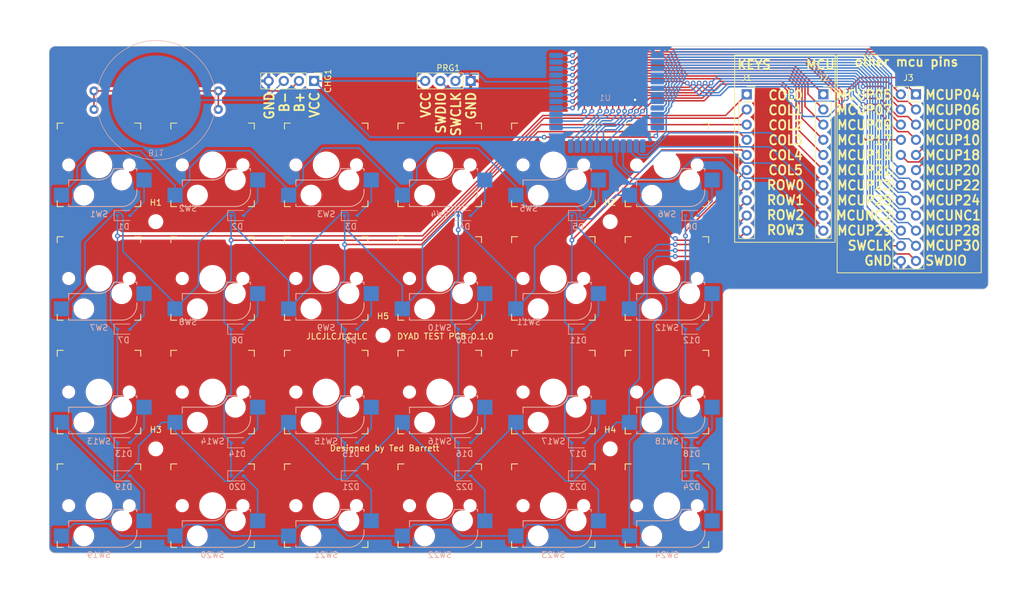
<source format=kicad_pcb>
(kicad_pcb (version 20221018) (generator pcbnew)
  (layers (0 "F.Cu" signal) (31 "B.Cu" signal) (34 "B.Paste" user) (35 "F.Paste" user) (36 "B.SilkS" user "B.Silkscreen") (37 "F.SilkS" user "F.Silkscreen") (38 "B.Mask" user) (39 "F.Mask" user) (44 "Edge.Cuts" user))
  (net 0 "")
  (net 1 "COL0")
  (net 2 "Net-(D1-A)")
  (net 3 "COL1")
  (net 4 "Net-(D2-A)")
  (net 5 "COL2")
  (net 6 "Net-(D3-A)")
  (net 7 "COL3")
  (net 8 "Net-(D4-A)")
  (net 9 "COL4")
  (net 10 "Net-(D5-A)")
  (net 11 "COL5")
  (net 12 "Net-(D6-A)")
  (net 13 "Net-(D7-A)")
  (net 14 "Net-(D8-A)")
  (net 15 "Net-(D9-A)")
  (net 16 "Net-(D10-A)")
  (net 17 "Net-(D11-A)")
  (net 18 "Net-(D12-A)")
  (net 19 "Net-(D13-A)")
  (net 20 "Net-(D14-A)")
  (net 21 "Net-(D15-A)")
  (net 22 "Net-(D16-A)")
  (net 23 "Net-(D17-A)")
  (net 24 "Net-(D18-A)")
  (net 25 "Net-(D19-A)")
  (net 26 "Net-(D20-A)")
  (net 27 "Net-(D21-A)")
  (net 28 "Net-(D22-A)")
  (net 29 "Net-(D23-A)")
  (net 30 "Net-(D24-A)")
  (net 31 "ROW0")
  (net 32 "ROW1")
  (net 33 "ROW2")
  (net 34 "ROW3")
  (net 35 "GND")
  (net 36 "COL0MCU")
  (net 37 "COL1MCU")
  (net 38 "COL2MCU")
  (net 39 "COL3MCU")
  (net 40 "COL4MCU")
  (net 41 "COL5MCU")
  (net 42 "ROW0MCU")
  (net 43 "ROW1MCU")
  (net 44 "ROW2MCU")
  (net 45 "VCC")
  (net 46 "ROW3MCU")
  (net 47 "MCUP04")
  (net 48 "MCUP05")
  (net 49 "MCUP06")
  (net 50 "MCUP07")
  (net 51 "MCUP08")
  (net 52 "MCUP09")
  (net 53 "SWCLK")
  (net 54 "SWDIO")
  (net 55 "MCUP10")
  (net 56 "MCUP17")
  (net 57 "MCUP18")
  (net 58 "MCUP19")
  (net 59 "MCUP20")
  (net 60 "B+")
  (net 61 "B-")
  (net 62 "MCUP21")
  (net 63 "MCUP22")
  (net 64 "MCUP23")
  (net 65 "MCUP24")
  (net 66 "MCUP25")
  (net 67 "MCUNC1")
  (net 68 "MCUNC2")
  (net 69 "MCUP28")
  (net 70 "MCUP30")
  (net 71 "MCUP29")
  (footprint "Connector_PinHeader_2.54mm:PinHeader_1x04_P2.54mm_Vertical" (layer "F.Cu") (at 109.675 88.825 -90)
    (fp_text reference "PRG1")
    (fp_text value "Conn_01x04_Pin")
  )
  (footprint "keyswitches.pretty-master:Kailh_socket_MX" (layer "F.Cu") (at 142.6 102.9 180)
    (fp_text reference "SW6")
    (fp_text value "SW_SPST")
  )
  (footprint "keyswitches.pretty-master:Kailh_socket_MX" (layer "F.Cu") (at 85.45 121.95 180)
    (fp_text reference "SW9")
    (fp_text value "SW_SPST")
  )
  (footprint "keyswitches.pretty-master:Kailh_socket_MX" (layer "F.Cu") (at 66.4 160.05 180)
    (fp_text reference "SW20")
    (fp_text value "SW_SPST")
  )
  (footprint "MountingHole:MountingHole_2mm" (layer "F.Cu") (at 56.875 112.425)
    (fp_text reference "H1")
    (fp_text value "MountingHole")
  )
  (footprint "keyswitches.pretty-master:Kailh_socket_MX" (layer "F.Cu") (at 47.35 160.05 180)
    (fp_text reference "SW19")
    (fp_text value "SW_SPST")
  )
  (footprint "MountingHole:MountingHole_2mm" (layer "F.Cu") (at 94.975 131.475)
    (fp_text reference "H5")
    (fp_text value "MountingHole")
  )
  (footprint "keyswitches.pretty-master:Kailh_socket_MX" (layer "F.Cu") (at 123.55 102.9 180)
    (fp_text reference "SW5")
    (fp_text value "SW_SPST")
  )
  (footprint "keyswitches.pretty-master:Kailh_socket_MX" (layer "F.Cu") (at 142.6 121.95 180)
    (fp_text reference "SW12")
    (fp_text value "SW_SPST")
  )
  (footprint "MountingHole:MountingHole_2mm" (layer "F.Cu") (at 56.875 150.525)
    (fp_text reference "H3")
    (fp_text value "MountingHole")
  )
  (footprint "keyswitches.pretty-master:Kailh_socket_MX" (layer "F.Cu") (at 66.4 102.9 180)
    (fp_text reference "SW2")
    (fp_text value "SW_SPST")
  )
  (footprint "MountingHole:MountingHole_2mm" (layer "F.Cu") (at 133.075 112.425)
    (fp_text reference "H2")
    (fp_text value "MountingHole")
  )
  (footprint "keyswitches.pretty-master:Kailh_socket_MX" (layer "F.Cu") (at 104.5 102.9 180)
    (fp_text reference "SW4")
    (fp_text value "SW_SPST")
  )
  (footprint "keyswitches.pretty-master:Kailh_socket_MX" (layer "F.Cu") (at 47.35 121.95 180)
    (fp_text reference "SW7")
    (fp_text value "SW_SPST")
  )
  (footprint "Connector_PinSocket_2.54mm:PinSocket_1x10_P2.54mm_Vertical" (layer "F.Cu") (at 155.975 91.075)
    (fp_text reference "J1")
    (fp_text value "Conn_01x10")
  )
  (footprint "Connector_PinHeader_2.54mm:PinHeader_1x04_P2.54mm_Vertical" (layer "F.Cu") (at 83.425 88.825 -90)
    (fp_text reference "CHG1")
    (fp_text value "Conn_01x04_Pin")
  )
  (footprint "keyswitches.pretty-master:Kailh_socket_MX" (layer "F.Cu") (at 104.5 160.05 180)
    (fp_text reference "SW22")
    (fp_text value "SW_SPST")
  )
  (footprint "Connector_PinSocket_2.54mm:PinSocket_1x10_P2.54mm_Vertical" (layer "F.Cu") (at 168.825 91.075)
    (fp_text reference "J2")
    (fp_text value "Conn_01x10")
  )
  (footprint "keyswitches.pretty-master:Kailh_socket_MX" (layer "F.Cu") (at 85.45 160.05 180)
    (fp_text reference "SW21")
    (fp_text value "SW_SPST")
  )
  (footprint "keyswitches.pretty-master:Kailh_socket_MX" (layer "F.Cu") (at 142.6 141 180)
    (fp_text reference "SW18")
    (fp_text value "SW_SPST")
  )
  (footprint "keyswitches.pretty-master:Kailh_socket_MX" (layer "F.Cu") (at 47.35 141 180)
    (fp_text reference "SW13")
    (fp_text value "SW_SPST")
  )
  (footprint "keyswitches.pretty-master:Kailh_socket_MX" (layer "F.Cu") (at 123.55 160.05 180)
    (fp_text reference "SW23")
    (fp_text value "SW_SPST")
  )
  (footprint "keyswitches.pretty-master:Kailh_socket_MX" (layer "F.Cu") (at 142.6 160.05 180)
    (fp_text reference "SW24")
    (fp_text value "SW_SPST")
  )
  (footprint "keyswitches.pretty-master:Kailh_socket_MX" (layer "F.Cu") (at 66.4 141 180)
    (fp_text reference "SW14")
    (fp_text value "SW_SPST")
  )
  (footprint "keyswitches.pretty-master:Kailh_socket_MX" (layer "F.Cu") (at 104.5 141 180)
    (fp_text reference "SW16")
    (fp_text value "SW_SPST")
  )
  (footprint "keyswitches.pretty-master:Kailh_socket_MX" (layer "F.Cu") (at 104.5 121.95 180)
    (fp_text reference "SW10")
    (fp_text value "SW_SPST")
  )
  (footprint "keyswitches.pretty-master:Kailh_socket_MX" (layer "F.Cu") (at 47.35 102.9 180)
    (fp_text reference "SW1")
    (fp_text value "SW_SPST")
  )
  (footprint "keyswitches.pretty-master:Kailh_socket_MX" (layer "F.Cu") (at 85.45 141 180)
    (fp_text reference "SW15")
    (fp_text value "SW_SPST")
  )
  (footprint "MountingHole:MountingHole_2mm" (layer "F.Cu") (at 133.075 150.525)
    (fp_text reference "H4")
    (fp_text value "MountingHole")
  )
  (footprint "keyswitches.pretty-master:Kailh_socket_MX" (layer "F.Cu") (at 66.4 121.95 180)
    (fp_text reference "SW8")
    (fp_text value "SW_SPST")
  )
  (footprint "Connector_PinSocket_2.54mm:PinSocket_2x12_P2.54mm_Vertical" (layer "F.Cu") (at 184.365 91.075)
    (fp_text reference "J3")
    (fp_text value "Conn_02x12_Top_Bottom")
  )
  (footprint "keyswitches.pretty-master:Kailh_socket_MX" (layer "F.Cu") (at 85.45 102.9 180)
    (fp_text reference "SW3")
    (fp_text value "SW_SPST")
  )
  (footprint "keyswitches.pretty-master:Kailh_socket_MX" (layer "F.Cu") (at 123.55 141 180)
    (fp_text reference "SW17")
    (fp_text value "SW_SPST")
  )
  (footprint "keyswitches.pretty-master:Kailh_socket_MX" (layer "F.Cu") (at 123.55 121.95 180)
    (fp_text reference "SW11")
    (fp_text value "SW_SPST")
  )
  (footprint "Diode_SMD:D_SOD-323" (layer "B.Cu") (at 127.7 111.4)
    (fp_text reference "D5")
    (fp_text value "1N4148WS")
  )
  (footprint "Diode_SMD:D_SOD-323" (layer "B.Cu") (at 127.7 149.5)
    (fp_text reference "D17")
    (fp_text value "1N4148WS")
  )
  (footprint "Diode_SMD:D_SOD-323" (layer "B.Cu") (at 89.6 130.45)
    (fp_text reference "D9")
    (fp_text value "1N4148WS")
  )
  (footprint "Diode_SMD:D_SOD-323" (layer "B.Cu") (at 146.75 111.4)
    (fp_text reference "D6")
    (fp_text value "1N4148WS")
  )
  (footprint "Diode_SMD:D_SOD-323" (layer "B.Cu") (at 146.75 149.5)
    (fp_text reference "D18")
    (fp_text value "1N4148WS")
  )
  (footprint "Diode_SMD:D_SOD-323" (layer "B.Cu") (at 70.55 149.5)
    (fp_text reference "D14")
    (fp_text value "1N4148WS")
  )
  (footprint "Diode_SMD:D_SOD-323" (layer "B.Cu") (at 108.65 149.5)
    (fp_text reference "D16")
    (fp_text value "1N4148WS")
  )
  (footprint "Diode_SMD:D_SOD-323" (layer "B.Cu") (at 108.65 130.45)
    (fp_text reference "D10")
    (fp_text value "1N4148WS")
  )
  (footprint "devboards:core51822-b" (layer "B.Cu") (at 141 99.7535 180)
    (fp_text reference "U1")
    (fp_text value "~")
  )
  (footprint "Diode_SMD:D_SOD-323" (layer "B.Cu") (at 70.55 130.45)
    (fp_text reference "D8")
    (fp_text value "1N4148WS")
  )
  (footprint "Diode_SMD:D_SOD-323" (layer "B.Cu") (at 70.55 155.05)
    (fp_text reference "D20")
    (fp_text value "1N4148WS")
  )
  (footprint "Diode_SMD:D_SOD-323" (layer "B.Cu") (at 51.5 111.4)
    (fp_text reference "D1")
    (fp_text value "1N4148WS")
  )
  (footprint "Diode_SMD:D_SOD-323" (layer "B.Cu") (at 51.5 130.45)
    (fp_text reference "D7")
    (fp_text value "1N4148WS")
  )
  (footprint "Diode_SMD:D_SOD-323" (layer "B.Cu") (at 108.65 111.4)
    (fp_text reference "D4")
    (fp_text value "1N4148WS")
  )
  (footprint "Diode_SMD:D_SOD-323" (layer "B.Cu") (at 146.75 155.05)
    (fp_text reference "D24")
    (fp_text value "1N4148WS")
  )
  (footprint "Diode_SMD:D_SOD-323" (layer "B.Cu") (at 89.6 149.5)
    (fp_text reference "D15")
    (fp_text value "1N4148WS")
  )
  (footprint "Diode_SMD:D_SOD-323" (layer "B.Cu") (at 108.65 155.05)
    (fp_text reference "D22")
    (fp_text value "1N4148WS")
  )
  (footprint "Diode_SMD:D_SOD-323" (layer "B.Cu") (at 70.55 111.4)
    (fp_text reference "D2")
    (fp_text value "1N4148WS")
  )
  (footprint "Diode_SMD:D_SOD-323" (layer "B.Cu") (at 127.7 130.45)
    (fp_text reference "D11")
    (fp_text value "1N4148WS")
  )
  (footprint "lcsc:MY-2032-31" (layer "B.Cu") (at 56.937 92.05)
    (fp_text reference "BT1")
    (fp_text value "Battery_Cell")
  )
  (footprint "Diode_SMD:D_SOD-323" (layer "B.Cu") (at 89.6 155.05)
    (fp_text reference "D21")
    (fp_text value "1N4148WS")
  )
  (footprint "Diode_SMD:D_SOD-323" (layer "B.Cu") (at 51.5 155.05)
    (fp_text reference "D19")
    (fp_text value "1N4148WS")
  )
  (footprint "Diode_SMD:D_SOD-323" (layer "B.Cu") (at 51.5 149.5)
    (fp_text reference "D13")
    (fp_text value "1N4148WS")
  )
  (footprint "Diode_SMD:D_SOD-323" (layer "B.Cu") (at 146.75 130.45)
    (fp_text reference "D12")
    (fp_text value "1N4148WS")
  )
  (footprint "Diode_SMD:D_SOD-323" (layer "B.Cu") (at 89.6 111.4)
    (fp_text reference "D3")
    (fp_text value "1N4148WS")
  )
  (footprint "Diode_SMD:D_SOD-323" (layer "B.Cu") (at 127.7 155.05)
    (fp_text reference "D23")
    (fp_text value "1N4148WS")
  )
  (gr_rect (start 153.950208 84.5) (end 170.806937 115.87934) (stroke (width 0.15)) (fill none) (layer "F.SilkS"))
  (gr_rect (start 171.143271 84.5) (end 195.310915 121) (stroke (width 0.15)) (fill none) (layer "F.SilkS"))
  (gr_arc (start 39 84) (mid 39.292893 83.292893) (end 40 83) (stroke (width 0.1)) (layer "Edge.Cuts"))
  (gr_arc (start 40 168) (mid 39.292893 167.707107) (end 39 167) (stroke (width 0.1)) (layer "Edge.Cuts"))
  (gr_line (start 152 124.75) (end 152 130) (stroke (width 0.1)) (layer "Edge.Cuts"))
  (gr_line (start 152 167) (end 152 130) (stroke (width 0.1)) (layer "Edge.Cuts"))
  (gr_line (start 39 84) (end 39 167) (stroke (width 0.1)) (layer "Edge.Cuts"))
  (gr_line (start 195.5 83) (end 40 83) (stroke (width 0.1)) (layer "Edge.Cuts"))
  (gr_line (start 40 168) (end 151 168) (stroke (width 0.1)) (layer "Edge.Cuts"))
  (gr_arc (start 152 124.75) (mid 152.292893 124.042893) (end 153 123.75) (stroke (width 0.1)) (layer "Edge.Cuts"))
  (gr_line (start 196.5 84) (end 196.5 122.75) (stroke (width 0.1)) (layer "Edge.Cuts"))
  (gr_arc (start 196.5 122.75) (mid 196.207107 123.457107) (end 195.5 123.75) (stroke (width 0.1)) (layer "Edge.Cuts"))
  (gr_arc (start 152 167) (mid 151.707107 167.707107) (end 151 168) (stroke (width 0.1)) (layer "Edge.Cuts"))
  (gr_arc (start 195.5 83) (mid 196.207107 83.292893) (end 196.5 84) (stroke (width 0.1)) (layer "Edge.Cuts"))
  (gr_line (start 195.5 123.75) (end 153 123.75) (stroke (width 0.1)) (layer "Edge.Cuts"))
  (gr_text "GND\nB-\nB+\nVCC" (at 75 90.5 90) (layer "F.SilkS") (effects (font (size 1.57 1.5) (thickness 0.3) bold) (justify right top)))
  (gr_text "DYAD TEST PCB 0.1.0" (at 97.25 132.25) (layer "F.SilkS") (effects (font (size 1 1)) (justify left bottom)))
  (gr_text "KEYS" (at 154.25 87) (layer "F.SilkS") (effects (font (size 1.5 1.5) (thickness 0.3) bold) (justify left bottom)))
  (gr_text "MCU" (at 165.75 87) (layer "F.SilkS") (effects (font (size 1.5 1.5) (thickness 0.3) bold) (justify left bottom)))
  (gr_text "MCUP05\nMCUP07\nMCUP09\nMCUP17\nMCUP19\nMCUP21\nMCUP23\nMCUP25\nMCUNC2\nMCUP29\nSWCLK\nGND" (at 180.5 90.25) (layer "F.SilkS") (effects (font (size 1.57 1.5) (thickness 0.3) bold) (justify right top)))
  (gr_text "MCUP04\nMCUP06\nMCUP08\nMCUP10\nMCUP18\nMCUP20\nMCUP22\nMCUP24\nMCUNC1\nMCUP28\nMCUP30\nSWDIO" (at 185.75 90.25) (layer "F.SilkS") (effects (font (size 1.57 1.5) (thickness 0.3) bold) (justify left top)))
  (gr_text "JLCJLCJLCJLC" (at 92.5 132.25) (layer "F.SilkS") (effects (font (size 1 1)) (justify right bottom)))
  (gr_text "other mcu pins" (at 182.75 86.5) (layer "F.SilkS") (effects (font (size 1.5 1.5) (thickness 0.3) bold) (justify bottom)))
  (gr_text "VCC\nSWDIO\nSWCLK\nGND" (at 101.25 90.5 90) (layer "F.SilkS") (effects (font (size 1.57 1.5) (thickness 0.3) bold) (justify right top)))
  (gr_text "Designed by Ted Barrett" (at 95.25 151) (layer "F.SilkS") (effects (font (size 1 1)) (justify bottom)))
  (gr_text "COL0\nCOL1\nCOL2\nCOL3\nCOL4\nCOL5\nROW0\nROW1\nROW2\nROW3" (at 162.5 114.75) (layer "F.SilkS") (effects (font (size 1.56 1.5) (thickness 0.3) bold) (justify bottom)))
  (segment (start 101.59365 114.808) (end 121.78165 94.62) (width 0.25) (layer "F.Cu") (net 1))
  (segment (start 50.45 114.808) (end 101.59365 114.808) (width 0.25) (layer "F.Cu") (net 1))
  (segment (start 121.78165 94.62) (end 152.43 94.62) (width 0.25) (layer "F.Cu") (net 1))
  (segment (start 152.43 94.62) (end 155.975 91.075) (width 0.25) (layer "F.Cu") (net 1))
  (via (at 50.45 114.808) (size 0.8) (drill 0.4) (layers "F.Cu" "B.Cu") (net 1))
  (segment (start 50.45 114.808) (end 50.45 111.4) (width 0.25) (layer "B.Cu") (net 1))
  (segment (start 50.45 149.5) (end 49.285 148.335) (width 0.25) (layer "B.Cu") (net 1))
  (segment (start 49.285 148.335) (end 49.285 142.76335) (width 0.25) (layer "B.Cu") (net 1))
  (segment (start 49.285 123.435) (end 49.285 129.285) (width 0.25) (layer "B.Cu") (net 1))
  (segment (start 49.285 129.285) (end 50.45 130.45) (width 0.25) (layer "B.Cu") (net 1))
  (segment (start 50.45 122.27) (end 49.285 123.435) (width 0.25) (layer "B.Cu") (net 1))
  (segment (start 49.285 142.76335) (end 50.45 141.59835) (width 0.25) (layer "B.Cu") (net 1))
  (segment (start 50.45 155.05) (end 50.45 149.5) (width 0.25) (layer "B.Cu") (net 1))
  (segment (start 50.45 141.59835) (end 50.45 130.45) (width 0.25) (layer "B.Cu") (net 1))
  (segment (start 50.45 114.808) (end 50.45 122.27) (width 0.25) (layer "B.Cu") (net 1))
  (segment (start 54.91 109.04) (end 52.55 111.4) (width 0.25) (layer "B.Cu") (net 2))
  (segment (start 54.91 105.44) (end 54.91 109.04) (width 0.25) (layer "B.Cu") (net 2))
  (segment (start 121.968046 95.07) (end 101.505546 115.5325) (width 0.25) (layer "F.Cu") (net 3))
  (segment (start 101.505546 115.5325) (end 69.5 115.5325) (width 0.25) (layer "F.Cu") (net 3))
  (segment (start 154.52 95.07) (end 121.968046 95.07) (width 0.25) (layer "F.Cu") (net 3))
  (segment (start 155.975 93.615) (end 154.52 95.07) (width 0.25) (layer "F.Cu") (net 3))
  (via (at 69.5 115.5325) (size 0.8) (drill 0.4) (layers "F.Cu" "B.Cu") (net 3))
  (segment (start 69.5 115.5325) (end 69.5 122.200131) (width 0.25) (layer "B.Cu") (net 3))
  (segment (start 68.335 148.335) (end 68.335 142.415131) (width 0.25) (layer "B.Cu") (net 3))
  (segment (start 69.5 149.5) (end 68.335 148.335) (width 0.25) (layer "B.Cu") (net 3))
  (segment (start 68.335 123.365131) (end 68.335 129.285) (width 0.25) (layer "B.Cu") (net 3))
  (segment (start 68.335 129.285) (end 69.5 130.45) (width 0.25) (layer "B.Cu") (net 3))
  (segment (start 69.5 155.05) (end 69.5 149.5) (width 0.25) (layer "B.Cu") (net 3))
  (segment (start 69.5 141.250131) (end 69.5 130.45) (width 0.25) (layer "B.Cu") (net 3))
  (segment (start 68.335 142.415131) (end 69.5 141.250131) (width 0.25) (layer "B.Cu") (net 3))
  (segment (start 69.5 122.200131) (end 68.335 123.365131) (width 0.25) (layer "B.Cu") (net 3))
  (segment (start 69.5 115.5325) (end 69.5 111.4) (width 0.25) (layer "B.Cu") (net 3))
  (segment (start 71.6 111.4) (end 73.96 109.04) (width 0.25) (layer "B.Cu") (net 4))
  (segment (start 73.96 109.04) (end 73.96 105.44) (width 0.25) (layer "B.Cu") (net 4))
  (segment (start 101.417442 116.257) (end 121.519442 96.155) (width 0.25) (layer "F.Cu") (net 5))
  (segment (start 88.55 116.257) (end 101.417442 116.257) (width 0.25) (layer "F.Cu") (net 5))
  (segment (start 121.519442 96.155) (end 155.975 96.155) (width 0.25) (layer "F.Cu") (net 5))
  (via (at 88.55 116.257) (size 0.8) (drill 0.4) (layers "F.Cu" "B.Cu") (net 5))
  (segment (start 87.385 123.365131) (end 87.385 129.285) (width 0.25) (layer "B.Cu") (net 5))
  (segment (start 88.55 141.59835) (end 88.55 130.45) (width 0.25) (layer "B.Cu") (net 5))
  (segment (start 87.385 148.335) (end 87.385 142.76335) (width 0.25) (layer "B.Cu") (net 5))
  (segment (start 88.55 149.5) (end 87.385 148.335) (width 0.25) (layer "B.Cu") (net 5))
  (segment (start 88.55 149.5) (end 88.55 155.05) (width 0.25) (layer "B.Cu") (net 5))
  (segment (start 87.385 129.285) (end 88.55 130.45) (width 0.25) (layer "B.Cu") (net 5))
  (segment (start 88.55 116.257) (end 88.55 111.4) (width 0.25) (layer "B.Cu") (net 5))
  (segment (start 88.55 116.257) (end 88.55 122.200131) (width 0.25) (layer "B.Cu") (net 5))
  (segment (start 88.55 122.200131) (end 87.385 123.365131) (width 0.25) (layer "B.Cu") (net 5))
  (segment (start 87.385 142.76335) (end 88.55 141.59835) (width 0.25) (layer "B.Cu") (net 5))
  (segment (start 93.01 105.44) (end 93.01 109.04) (width 0.25) (layer "B.Cu") (net 6))
  (segment (start 93.01 109.04) (end 90.65 111.4) (width 0.25) (layer "B.Cu") (net 6))
  (segment (start 107.6 113.792) (end 107.6 110.710838) (width 0.25) (layer "F.Cu") (net 7))
  (segment (start 120.980838 97.33) (end 154.61 97.33) (width 0.25) (layer "F.Cu") (net 7))
  (segment (start 154.61 97.33) (end 155.975 98.695) (width 0.25) (layer "F.Cu") (net 7))
  (segment (start 107.6 110.710838) (end 120.980838 97.33) (width 0.25) (layer "F.Cu") (net 7))
  (via (at 107.6 113.792) (size 0.8) (drill 0.4) (layers "F.Cu" "B.Cu") (net 7))
  (segment (start 106.435 142.76335) (end 106.435 148.335) (width 0.25) (layer "B.Cu") (net 7))
  (segment (start 106.435 123.365131) (end 106.435 129.285) (width 0.25) (layer "B.Cu") (net 7))
  (segment (start 106.435 148.335) (end 107.6 149.5) (width 0.25) (layer "B.Cu") (net 7))
  (segment (start 106.435 129.285) (end 107.6 130.45) (width 0.25) (layer "B.Cu") (net 7))
  (segment (start 107.6 155.05) (end 107.6 149.5) (width 0.25) (layer "B.Cu") (net 7))
  (segment (start 107.6 122.200131) (end 106.435 123.365131) (width 0.25) (layer "B.Cu") (net 7))
  (segment (start 107.6 130.45) (end 107.6 141.59835) (width 0.25) (layer "B.Cu") (net 7))
  (segment (start 107.6 113.792) (end 107.6 122.200131) (width 0.25) (layer "B.Cu") (net 7))
  (segment (start 107.6 141.59835) (end 106.435 142.76335) (width 0.25) (layer "B.Cu") (net 7))
  (segment (start 107.6 113.792) (end 107.6 111.4) (width 0.25) (layer "B.Cu") (net 7))
  (segment (start 109.7 111.4) (end 112.06 109.04) (width 0.25) (layer "B.Cu") (net 8))
  (segment (start 112.06 109.04) (end 112.06 105.44) (width 0.25) (layer "B.Cu") (net 8))
  (segment (start 140.2311 101.9514) (end 140.2311 101.918769) (width 0.25) (layer "F.Cu") (net 9))
  (segment (start 126.65 115.5325) (end 140.2311 101.9514) (width 0.25) (layer "F.Cu") (net 9))
  (segment (start 155.125 100.385) (end 155.975 101.235) (width 0.25) (layer "F.Cu") (net 9))
  (segment (start 141.764869 100.385) (end 155.125 100.385) (width 0.25) (layer "F.Cu") (net 9))
  (segment (start 140.2311 101.918769) (end 141.764869 100.385) (width 0.25) (layer "F.Cu") (net 9))
  (via (at 126.65 115.5325) (size 0.8) (drill 0.4) (layers "F.Cu" "B.Cu") (net 9))
  (segment (start 126.65 149.5) (end 125.485 148.335) (width 0.25) (layer "B.Cu") (net 9))
  (segment (start 125.485 129.285) (end 126.65 130.45) (width 0.25) (layer "B.Cu") (net 9))
  (segment (start 125.485 142.76335) (end 126.65 141.59835) (width 0.25) (layer "B.Cu") (net 9))
  (segment (start 126.65 122.54835) (end 125.485 123.71335) (width 0.25) (layer "B.Cu") (net 9))
  (segment (start 125.485 148.335) (end 125.485 142.76335) (width 0.25) (layer "B.Cu") (net 9))
  (segment (start 126.65 115.5325) (end 126.65 111.4) (width 0.25) (layer "B.Cu") (net 9))
  (segment (start 126.65 115.5325) (end 126.65 122.54835) (width 0.25) (layer "B.Cu") (net 9))
  (segment (start 126.65 149.5) (end 126.65 155.05) (width 0.25) (layer "B.Cu") (net 9))
  (segment (start 126.65 141.59835) (end 126.65 130.45) (width 0.25) (layer "B.Cu") (net 9))
  (segment (start 125.485 123.71335) (end 125.485 129.285) (width 0.25) (layer "B.Cu") (net 9))
  (segment (start 131.11 105.44) (end 131.11 109.04) (width 0.25) (layer "B.Cu") (net 10))
  (segment (start 131.11 109.04) (end 128.75 111.4) (width 0.25) (layer "B.Cu") (net 10))
  (segment (start 145.7 114.808) (end 145.7 114.05) (width 0.25) (layer "F.Cu") (net 11))
  (segment (start 145.7 114.05) (end 155.975 103.775) (width 0.25) (layer "F.Cu") (net 11))
  (via (at 145.7 114.808) (size 0.8) (drill 0.4) (layers "F.Cu" "B.Cu") (net 11))
  (segment (start 144.535 129.285) (end 145.7 130.45) (width 0.25) (layer "B.Cu") (net 11))
  (segment (start 144.535 123.365131) (end 144.535 129.285) (width 0.25) (layer "B.Cu") (net 11))
  (segment (start 145.7 155.05) (end 145.7 149.5) (width 0.25) (layer "B.Cu") (net 11))
  (segment (start 145.7 122.200131) (end 144.535 123.365131) (width 0.25) (layer "B.Cu") (net 11))
  (segment (start 145.7 114.808) (end 145.7 122.200131) (width 0.25) (layer "B.Cu") (net 11))
  (segment (start 145.7 141.250131) (end 145.7 130.45) (width 0.25) (layer "B.Cu") (net 11))
  (segment (start 143.581231 147.381231) (end 143.581231 143.3689) (width 0.25) (layer "B.Cu") (net 11))
  (segment (start 143.581231 143.3689) (end 145.7 141.250131) (width 0.25) (layer "B.Cu") (net 11))
  (segment (start 145.7 149.5) (end 143.581231 147.381231) (width 0.25) (layer "B.Cu") (net 11))
  (segment (start 145.7 114.808) (end 145.7 111.4) (width 0.25) (layer "B.Cu") (net 11))
  (segment (start 150.16 105.44) (end 150.16 109.04) (width 0.25) (layer "B.Cu") (net 12))
  (segment (start 150.16 109.04) (end 147.8 111.4) (width 0.25) (layer "B.Cu") (net 12))
  (segment (start 54.91 128.09) (end 52.55 130.45) (width 0.25) (layer "B.Cu") (net 13))
  (segment (start 54.91 124.49) (end 54.91 128.09) (width 0.25) (layer "B.Cu") (net 13))
  (segment (start 73.96 128.09) (end 73.96 124.49) (width 0.25) (layer "B.Cu") (net 14))
  (segment (start 71.6 130.45) (end 73.96 128.09) (width 0.25) (layer "B.Cu") (net 14))
  (segment (start 93.01 124.49) (end 93.01 128.09) (width 0.25) (layer "B.Cu") (net 15))
  (segment (start 93.01 128.09) (end 90.65 130.45) (width 0.25) (layer "B.Cu") (net 15))
  (segment (start 112.06 128.09) (end 109.7 130.45) (width 0.25) (layer "B.Cu") (net 16))
  (segment (start 112.06 124.49) (end 112.06 128.09) (width 0.25) (layer "B.Cu") (net 16))
  (segment (start 131.11 124.49) (end 131.11 128.09) (width 0.25) (layer "B.Cu") (net 17))
  (segment (start 131.11 128.09) (end 128.75 130.45) (width 0.25) (layer "B.Cu") (net 17))
  (segment (start 150.16 124.49) (end 150.16 128.09) (width 0.25) (layer "B.Cu") (net 18))
  (segment (start 150.16 128.09) (end 147.8 130.45) (width 0.25) (layer "B.Cu") (net 18))
  (segment (start 52.55 149.5) (end 54.91 147.14) (width 0.25) (layer "B.Cu") (net 19))
  (segment (start 54.91 147.14) (end 54.91 143.54) (width 0.25) (layer "B.Cu") (net 19))
  (segment (start 73.96 147.14) (end 73.96 143.54) (width 0.25) (layer "B.Cu") (net 20))
  (segment (start 71.6 149.5) (end 73.96 147.14) (width 0.25) (layer "B.Cu") (net 20))
  (segment (start 93.01 143.54) (end 93.01 147.14) (width 0.25) (layer "B.Cu") (net 21))
  (segment (start 93.01 147.14) (end 90.65 149.5) (width 0.25) (layer "B.Cu") (net 21))
  (segment (start 109.7 149.5) (end 112.06 147.14) (width 0.25) (layer "B.Cu") (net 22))
  (segment (start 112.06 147.14) (end 112.06 143.54) (width 0.25) (layer "B.Cu") (net 22))
  (segment (start 131.11 147.14) (end 131.11 143.54) (width 0.25) (layer "B.Cu") (net 23))
  (segment (start 128.75 149.5) (end 131.11 147.14) (width 0.25) (layer "B.Cu") (net 23))
  (segment (start 150.16 147.14) (end 147.8 149.5) (width 0.25) (layer "B.Cu") (net 24))
  (segment (start 150.16 143.54) (end 150.16 147.14) (width 0.25) (layer "B.Cu") (net 24))
  (segment (start 54.91 157.41) (end 52.55 155.05) (width 0.25) (layer "B.Cu") (net 25))
  (segment (start 54.91 162.59) (end 54.91 157.41) (width 0.25) (layer "B.Cu") (net 25))
  (segment (start 73.96 162.59) (end 73.96 157.41) (width 0.25) (layer "B.Cu") (net 26))
  (segment (start 73.96 157.41) (end 71.6 155.05) (width 0.25) (layer "B.Cu") (net 26))
  (segment (start 93.01 162.59) (end 93.01 157.41) (width 0.25) (layer "B.Cu") (net 27))
  (segment (start 93.01 157.41) (end 90.65 155.05) (width 0.25) (layer "B.Cu") (net 27))
  (segment (start 112.06 162.59) (end 112.06 157.41) (width 0.25) (layer "B.Cu") (net 28))
  (segment (start 112.06 157.41) (end 109.7 155.05) (width 0.25) (layer "B.Cu") (net 28))
  (segment (start 131.11 157.41) (end 128.75 155.05) (width 0.25) (layer "B.Cu") (net 29))
  (segment (start 131.11 162.59) (end 131.11 157.41) (width 0.25) (layer "B.Cu") (net 29))
  (segment (start 150.16 157.41) (end 147.8 155.05) (width 0.25) (layer "B.Cu") (net 30))
  (segment (start 150.16 162.59) (end 150.16 157.41) (width 0.25) (layer "B.Cu") (net 30))
  (segment (start 144 115.251491) (end 144.281509 115.533) (width 0.25) (layer "F.Cu") (net 31))
  (segment (start 144.281509 115.533) (end 146.757 115.533) (width 0.25) (layer "F.Cu") (net 31))
  (segment (start 146.757 115.533) (end 155.975 106.315) (width 0.25) (layer "F.Cu") (net 31))
  (via (at 144 115.251491) (size 0.8) (drill 0.4) (layers "F.Cu" "B.Cu") (net 31))
  (segment (start 143.581491 115.251491) (end 136.31 107.98) (width 0.25) (layer "B.Cu") (net 31))
  (segment (start 65.418769 100.5311) (end 72.5911 100.5311) (width 0.25) (layer "B.Cu") (net 31))
  (segment (start 81.5959 103.403969) (end 84.923869 100.076) (width 0.25) (layer "B.Cu") (net 31))
  (segment (start 98.21 107.98) (end 100.6459 105.5441) (width 0.25) (layer "B.Cu") (net 31))
  (segment (start 100.6459 105.5441) (end 100.6459 103.403969) (width 0.25) (layer "B.Cu") (net 31))
  (segment (start 60.11 106.338) (end 60.11 107.98) (width 0.25) (layer "B.Cu") (net 31))
  (segment (start 84.923869 100.076) (end 90.932 100.076) (width 0.25) (layer "B.Cu") (net 31))
  (segment (start 62.5459 105.5441) (end 62.5459 103.403969) (width 0.25) (layer "B.Cu") (net 31))
  (segment (start 127.36507 109.855) (end 128.011287 110.501217) (width 0.25) (layer "B.Cu") (net 31))
  (segment (start 62.5459 103.403969) (end 65.418769 100.5311) (width 0.25) (layer "B.Cu") (net 31))
  (segment (start 43.688 105.352) (end 43.688 103.211869) (width 0.25) (layer "B.Cu") (net 31))
  (segment (start 60.11 107.98) (end 62.5459 105.5441) (width 0.25) (layer "B.Cu") (net 31))
  (segment (start 103.973869 100.076) (end 110.856 100.076) (width 0.25) (layer "B.Cu") (net 31))
  (segment (start 100.6459 103.403969) (end 103.973869 100.076) (width 0.25) (layer "B.Cu") (net 31))
  (segment (start 98.21 107.354) (end 98.21 107.98) (width 0.25) (layer "B.Cu") (net 31))
  (segment (start 54.3031 100.5311) (end 60.11 106.338) (width 0.25) (layer "B.Cu") (net 31))
  (segment (start 128.35 111.95) (end 130.05 111.95) (width 0.25) (layer "B.Cu") (net 31))
  (segment (start 41.06 107.98) (end 43.688 105.352) (width 0.25) (layer "B.Cu") (net 31))
  (segment (start 144 115.251491) (end 143.581491 115.251491) (width 0.25) (layer "B.Cu") (net 31))
  (segment (start 117.26 106.48) (end 117.26 107.98) (width 0.25) (layer "B.Cu") (net 31))
  (segment (start 46.368769 100.5311) (end 54.3031 100.5311) (width 0.25) (layer "B.Cu") (net 31))
  (segment (start 110.856 100.076) (end 117.26 106.48) (width 0.25) (layer "B.Cu") (net 31))
  (segment (start 130.05 111.95) (end 134.02 107.98) (width 0.25) (layer "B.Cu") (net 31))
  (segment (start 79.16 107.98) (end 81.5959 105.5441) (width 0.25) (layer "B.Cu") (net 31))
  (segment (start 128.011287 111.611287) (end 128.35 111.95) (width 0.25) (layer "B.Cu") (net 31))
  (segment (start 72.5911 100.5311) (end 79.16 107.1) (width 0.25) (layer "B.Cu") (net 31))
  (segment (start 134.02 107.98) (end 136.31 107.98) (width 0.25) (layer "B.Cu") (net 31))
  (segment (start 81.5959 105.5441) (end 81.5959 103.403969) (width 0.25) (layer "B.Cu") (net 31))
  (segment (start 43.688 103.211869) (end 46.368769 100.5311) (width 0.25) (layer "B.Cu") (net 31))
  (segment (start 79.16 107.1) (end 79.16 107.98) (width 0.25) (layer "B.Cu") (net 31))
  (segment (start 128.011287 110.501217) (end 128.011287 111.611287) (width 0.25) (layer "B.Cu") (net 31))
  (segment (start 90.932 100.076) (end 98.21 107.354) (width 0.25) (layer "B.Cu") (net 31))
  (segment (start 117.26 107.98) (end 119.135 109.855) (width 0.25) (layer "B.Cu") (net 31))
  (segment (start 119.135 109.855) (end 127.36507 109.855) (width 0.25) (layer "B.Cu") (net 31))
  (segment (start 148.579006 116.250994) (end 144 116.250994) (width 0.25) (layer "F.Cu") (net 32))
  (segment (start 155.975 108.855) (end 148.579006 116.250994) (width 0.25) (layer "F.Cu") (net 32))
  (via (at 144 116.250994) (size 0.8) (drill 0.4) (layers "F.Cu" "B.Cu") (net 32))
  (segment (start 60.11 127.03) (end 64.0311 123.1089) (width 0.25) (layer "B.Cu") (net 32))
  (segment (start 117.26 122.34) (end 117.26 127.03) (width 0.25) (layer "B.Cu") (net 32))
  (segment (start 127.508 111.252) (end 127.508 113.284) (width 0.25) (layer "B.Cu") (net 32))
  (segment (start 89.175 114.067) (end 98.21 123.102) (width 0.25) (layer "B.Cu") (net 32))
  (segment (start 117.26 127.03) (end 120.396 123.894) (width 0.25) (layer "B.Cu") (net 32))
  (segment (start 69.868718 110.85) (end 70.125 111.106282) (width 0.25) (layer "B.Cu") (net 32))
  (segment (start 79.16 127.03) (end 82.804 123.386) (width 0.25) (layer "B.Cu") (net 32))
  (segment (start 64.0311 123.1089) (end 64.0311 115.950182) (width 0.25) (layer "B.Cu") (net 32))
  (segment (start 136.2941 122.0701) (end 136.2941 122.457784) (width 0.25) (layer "B.Cu") (net 32))
  (segment (start 88.181282 110.85) (end 88.918718 110.85) (width 0.25) (layer "B.Cu") (net 32))
  (segment (start 138.8 124.54) (end 136.31 127.03) (width 0.25) (layer "B.Cu") (net 32))
  (segment (start 107.862718 110.744) (end 108.225 111.106282) (width 0.25) (layer "B.Cu") (net 32))
  (segment (start 64.0311 115.950182) (end 69.131282 110.85) (width 0.25) (layer "B.Cu") (net 32))
  (segment (start 69.131282 110.85) (end 69.868718 110.85) (width 0.25) (layer "B.Cu") (net 32))
  (segment (start 127.106 110.85) (end 127.508 111.252) (width 0.25) (layer "B.Cu") (net 32))
  (segment (start 108.225 111.106282) (end 108.225 113.305) (width 0.25) (layer "B.Cu") (net 32))
  (segment (start 41.06 127.03) (end 44.9811 123.1089) (width 0.25) (layer "B.Cu") (net 32))
  (segment (start 50.081282 110.85) (end 50.818718 110.85) (width 0.25) (layer "B.Cu") (net 32))
  (segment (start 98.21 123.102) (end 98.21 127.03) (width 0.25) (layer "B.Cu") (net 32))
  (segment (start 136.2941 122.457784) (end 136.31 122.473684) (width 0.25) (layer "B.Cu") (net 32))
  (segment (start 120.396 116.735282) (end 126.281282 110.85) (width 0.25) (layer "B.Cu") (net 32))
  (segment (start 50.818718 110.85) (end 51.366 111.397282) (width 0.25) (layer "B.Cu") (net 32))
  (segment (start 126.281282 110.85) (end 127.106 110.85) (width 0.25) (layer "B.Cu") (net 32))
  (segment (start 127.508 113.284) (end 136.2941 122.0701) (width 0.25) (layer "B.Cu") (net 32))
  (segment (start 144 116.250994) (end 141.06261 116.250994) (width 0.25) (layer "B.Cu") (net 32))
  (segment (start 136.31 122.473684) (end 136.31 127.03) (width 0.25) (layer "B.Cu") (net 32))
  (segment (start 101.6 123.64) (end 101.6 116.481282) (width 0.25) (layer "B.Cu") (net 32))
  (segment (start 141.06261 116.250994) (end 138.8 118.513604) (width 0.25) (layer "B.Cu") (net 32))
  (segment (start 79.16 122.34) (end 79.16 127.03) (width 0.25) (layer "B.Cu") (net 32))
  (segment (start 101.6 116.481282) (end 107.337282 110.744) (width 0.25) (layer "B.Cu") (net 32))
  (segment (start 44.9811 115.950182) (end 50.081282 110.85) (width 0.25) (layer "B.Cu") (net 32))
  (segment (start 120.396 123.894) (end 120.396 116.735282) (width 0.25) (layer "B.Cu") (net 32))
  (segment (start 89.175 111.106282) (end 89.175 114.067) (width 0.25) (layer "B.Cu") (net 32))
  (segment (start 70.125 113.305) (end 79.16 122.34) (width 0.25) (layer "B.Cu") (net 32))
  (segment (start 138.8 118.513604) (end 138.8 124.54) (width 0.25) (layer "B.Cu") (net 32))
  (segment (start 108.225 113.305) (end 117.26 122.34) (width 0.25) (layer "B.Cu") (net 32))
  (segment (start 82.804 123.386) (end 82.804 116.227282) (width 0.25) (layer "B.Cu") (net 32))
  (segment (start 82.804 116.227282) (end 88.181282 110.85) (width 0.25) (layer "B.Cu") (net 32))
  (segment (start 51.366 117.406) (end 60.11 126.15) (width 0.25) (layer "B.Cu") (net 32))
  (segment (start 70.125 111.106282) (end 70.125 113.305) (width 0.25) (layer "B.Cu") (net 32))
  (segment (start 60.11 126.15) (end 60.11 127.03) (width 0.25) (layer "B.Cu") (net 32))
  (segment (start 44.9811 123.1089) (end 44.9811 115.950182) (width 0.25) (layer "B.Cu") (net 32))
  (segment (start 98.21 127.03) (end 101.6 123.64) (width 0.25) (layer "B.Cu") (net 32))
  (segment (start 88.918718 110.85) (end 89.175 111.106282) (width 0.25) (layer "B.Cu") (net 32))
  (segment (start 51.366 111.397282) (end 51.366 117.406) (width 0.25) (layer "B.Cu") (net 32))
  (segment (start 107.337282 110.744) (end 107.862718 110.744) (width 0.25) (layer "B.Cu") (net 32))
  (segment (start 144 117.250497) (end 150.119503 117.250497) (width 0.25) (layer "F.Cu") (net 33))
  (segment (start 150.119503 117.250497) (end 155.975 111.395) (width 0.25) (layer "F.Cu") (net 33))
  (via (at 144 117.250497) (size 0.8) (drill 0.4) (layers "F.Cu" "B.Cu") (net 33))
  (segment (start 54 152.594544) (end 54 150) (width 0.25) (layer "B.Cu") (net 33))
  (segment (start 42.935 148.453718) (end 50.081282 155.6) (width 0.25) (layer "B.Cu") (net 33))
  (segment (start 54 150) (end 57.92 146.08) (width 0.25) (layer "B.Cu") (net 33))
  (segment (start 117.26 146.308718) (end 117.26 146.08) (width 0.25) (layer "B.Cu") (net 33))
  (segment (start 79.16 146.08) (end 79.16 147.58) (width 0.25) (layer "B.Cu") (net 33))
  (segment (start 125.636 155.956) (end 126.925282 155.956) (width 0.25) (layer "B.Cu") (net 33))
  (segment (start 139.25 118.7) (end 139.25 125.18835) (width 0.25) (layer "B.Cu") (net 33))
  (segment (start 88.918718 155.6) (end 98.21 146.308718) (width 0.25) (layer "B.Cu") (net 33))
  (segment (start 107.968718 155.6) (end 117.26 146.308718) (width 0.25) (layer "B.Cu") (net 33))
  (segment (start 130.5 152.381282) (end 130.5 149.75) (width 0.25) (layer "B.Cu") (net 33))
  (segment (start 98.21 146.308718) (end 98.21 146.08) (width 0.25) (layer "B.Cu") (net 33))
  (segment (start 50.081282 155.6) (end 50.994544 155.6) (width 0.25) (layer "B.Cu") (net 33))
  (segment (start 136.25 140.536316) (end 136.25 146.02) (width 0.25) (layer "B.Cu") (net 33))
  (segment (start 50.994544 155.6) (end 54 152.594544) (width 0.25) (layer "B.Cu") (net 33))
  (segment (start 69.512718 155.956) (end 79.16 146.308718) (width 0.25) (layer "B.Cu") (net 33))
  (segment (start 60.11 147.58) (end 68.486 155.956) (width 0.25) (layer "B.Cu") (net 33))
  (segment (start 117.26 147.58) (end 125.636 155.956) (width 0.25) (layer "B.Cu") (net 33))
  (segment (start 57.92 146.08) (end 60.11 146.08) (width 0.25) (layer "B.Cu") (net 33))
  (segment (start 107.2 155.6) (end 107.968718 155.6) (width 0.25) (layer "B.Cu") (net 33))
  (segment (start 130.5 149.75) (end 134.17 146.08) (width 0.25) (layer "B.Cu") (net 33))
  (segment (start 60.11 146.08) (end 60.11 147.58) (width 0.25) (layer "B.Cu") (net 33))
  (segment (start 87.18 155.6) (end 88.918718 155.6) (width 0.25) (layer "B.Cu") (net 33))
  (segment (start 79.16 146.308718) (end 79.16 146.08) (width 0.25) (layer "B.Cu") (net 33))
  (segment (start 98.21 146.08) (end 98.21 146.61) (width 0.25) (layer "B.Cu") (net 33))
  (segment (start 126.925282 155.956) (end 130.5 152.381282) (width 0.25) (layer "B.Cu") (net 33))
  (segment (start 42.935 147.955) (end 42.935 148.453718) (width 0.25) (layer "B.Cu") (net 33))
  (segment (start 138 126.43835) (end 138 138.786316) (width 0.25) (layer "B.Cu") (net 33))
  (segment (start 68.486 155.956) (end 69.512718 155.956) (width 0.25) (layer "B.Cu") (net 33))
  (segment (start 117.26 146.08) (end 117.26 147.58) (width 0.25) (layer "B.Cu") (net 33))
  (segment (start 136.25 146.02) (end 136.31 146.08) (width 0.25) (layer "B.Cu") (net 33))
  (segment (start 139.25 125.18835) (end 138 126.43835) (width 0.25) (layer "B.Cu") (net 33))
  (segment (start 98.21 146.61) (end 107.2 155.6) (width 0.25) (layer "B.Cu") (net 33))
  (segment (start 134.17 146.08) (end 136.31 146.08) (width 0.25) (layer "B.Cu") (net 33))
  (segment (start 144 117.250497) (end 140.699503 117.250497) (width 0.25) (layer "B.Cu") (net 33))
  (segment (start 41.06 146.08) (end 42.935 147.955) (width 0.25) (layer "B.Cu") (net 33))
  (segment (start 140.699503 117.250497) (end 139.25 118.7) (width 0.25) (layer "B.Cu") (net 33))
  (segment (start 138 138.786316) (end 136.25 140.536316) (width 0.25) (layer "B.Cu") (net 33))
  (segment (start 79.16 147.58) (end 87.18 155.6) (width 0.25) (layer "B.Cu") (net 33))
  (segment (start 151.66 118.25) (end 144 118.25) (width 0.25) (layer "F.Cu") (net 34))
  (segment (start 155.975 113.935) (end 151.66 118.25) (width 0.25) (layer "F.Cu") (net 34))
  (via (at 144 118.25) (size 0.8) (drill 0.4) (layers "F.Cu" "B.Cu") (net 34))
  (segment (start 67.751 163.255) (end 69.626 165.13) (width 0.25) (layer "B.Cu") (net 34))
  (segment (start 136.2941 149.2709) (end 136.2941 165.1141) (width 0.25) (layer "B.Cu") (net 34))
  (segment (start 140.2311 119.0189) (end 140.2311 122.931231) (width 0.25) (layer "B.Cu") (net 34))
  (segment (start 79.16 165.13) (end 81.035 163.255) (width 0.25) (layer "B.Cu") (net 34))
  (segment (start 141 118.25) (end 140.2311 119.0189) (width 0.25) (layer "B.Cu") (net 34))
  (segment (start 89.14835 165.13) (end 98.21 165.13) (width 0.25) (layer "B.Cu") (net 34))
  (segment (start 144 118.25) (end 141 118.25) (width 0.25) (layer "B.Cu") (net 34))
  (segment (start 140.2311 122.931231) (end 142.5 125.200131) (width 0.25) (layer "B.Cu") (net 34))
  (segment (start 106.32335 163.255) (end 108.19835 165.13) (width 0.25) (layer "B.Cu") (net 34))
  (segment (start 108.19835 165.13) (end 117.26 165.13) (width 0.25) (layer "B.Cu") (net 34))
  (segment (start 119.135 163.255) (end 124.647 163.255) (width 0.25) (layer "B.Cu") (net 34))
  (segment (start 51.04835 165.13) (end 60.11 165.13) (width 0.25) (layer "B.Cu") (net 34))
  (segment (start 142.5 125.200131) (end 142.5 127.24165) (width 0.25) (layer "B.Cu") (net 34))
  (segment (start 140.25 140.25) (end 138.185 142.315) (width 0.25) (layer "B.Cu") (net 34))
  (segment (start 140.25 129.49165) (end 140.25 140.25) (width 0.25) (layer "B.Cu") (net 34))
  (segment (start 98.21 165.13) (end 100.085 163.255) (width 0.25) (layer "B.Cu") (net 34))
  (segment (start 87.27335 163.255) (end 89.14835 165.13) (width 0.25) (layer "B.Cu") (net 34))
  (segment (start 124.647 163.255) (end 126.522 165.13) (width 0.25) (layer "B.Cu") (net 34))
  (segment (start 136.2941 165.1141) (end 136.31 165.13) (width 0.25) (layer "B.Cu") (net 34))
  (segment (start 60.11 165.13) (end 61.985 163.255) (width 0.25) (layer "B.Cu") (net 34))
  (segment (start 117.26 165.13) (end 119.135 163.255) (width 0.25) (layer "B.Cu") (net 34))
  (segment (start 69.626 165.13) (end 79.16 165.13) (width 0.25) (layer "B.Cu") (net 34))
  (segment (start 142.5 127.24165) (end 140.25 129.49165) (width 0.25) (layer "B.Cu") (net 34))
  (segment (start 126.522 165.13) (end 136.31 165.13) (width 0.25) (layer "B.Cu") (net 34))
  (segment (start 138.185 147.38) (end 136.2941 149.2709) (width 0.25) (layer "B.Cu") (net 34))
  (segment (start 43.122 163.068) (end 48.98635 163.068) (width 0.25) (layer "B.Cu") (net 34))
  (segment (start 81.035 163.255) (end 87.27335 163.255) (width 0.25) (layer "B.Cu") (net 34))
  (segment (start 100.085 163.255) (end 106.32335 163.255) (width 0.25) (layer "B.Cu") (net 34))
  (segment (start 138.185 142.315) (end 138.185 147.38) (width 0.25) (layer "B.Cu") (net 34))
  (segment (start 48.98635 163.068) (end 51.04835 165.13) (width 0.25) (layer "B.Cu") (net 34))
  (segment (start 41.06 165.13) (end 43.122 163.068) (width 0.25) (layer "B.Cu") (net 34))
  (segment (start 61.985 163.255) (end 67.751 163.255) (width 0.25) (layer "B.Cu") (net 34))
  (via (at 137.25 92) (size 0.8) (drill 0.4) (layers "F.Cu" "B.Cu") (net 35))
  (segment (start 139.224503 94.59882) (end 139.224503 93.474503) (width 0.25) (layer "B.Cu") (net 35))
  (segment (start 137.75 92) (end 137.25 92) (width 0.25) (layer "B.Cu") (net 35))
  (segment (start 141 95.5535) (end 140.179183 95.5535) (width 0.25) (layer "B.Cu") (net 35))
  (segment (start 140.179183 95.5535) (end 139.224503 94.59882) (width 0.25) (layer "B.Cu") (net 35))
  (segment (start 139.224503 93.474503) (end 137.75 92) (width 0.25) (layer "B.Cu") (net 35))
  (segment (start 126.75 91.1535) (end 131.7035 86.2) (width 0.25) (layer "F.Cu") (net 36))
  (segment (start 131.7035 86.2) (end 163.95 86.2) (width 0.25) (layer "F.Cu") (net 36))
  (segment (start 163.95 86.2) (end 168.825 91.075) (width 0.25) (layer "F.Cu") (net 36))
  (via (at 126.75 91.1535) (size 0.8) (drill 0.4) (layers "F.Cu" "B.Cu") (net 36))
  (segment (start 126.75 91.1535) (end 124 91.1535) (width 0.25) (layer "B.Cu") (net 36))
  (segment (start 126.75 92.25) (end 132.35 86.65) (width 0.25) (layer "F.Cu") (net 37))
  (segment (start 166.25 91) (end 168.825 93.575) (width 0.25) (layer "F.Cu") (net 37))
  (segment (start 163.695584 86.65) (end 166.25 89.204416) (width 0.25) (layer "F.Cu") (net 37))
  (segment (start 168.825 93.575) (end 168.825 93.615) (width 0.25) (layer "F.Cu") (net 37))
  (segment (start 166.25 89.204416) (end 166.25 91) (width 0.25) (layer "F.Cu") (net 37))
  (segment (start 132.35 86.65) (end 163.695584 86.65) (width 0.25) (layer "F.Cu") (net 37))
  (via (at 126.75 92.25) (size 0.8) (drill 0.4) (layers "F.Cu" "B.Cu") (net 37))
  (segment (start 126.7465 92.2535) (end 124 92.2535) (width 0.25) (layer "B.Cu") (net 37))
  (segment (start 126.75 92.25) (end 126.7465 92.2535) (width 0.25) (layer "B.Cu") (net 37))
  (segment (start 133.0035 87.1) (end 163.509188 87.1) (width 0.25) (layer "F.Cu") (net 38))
  (segment (start 165.75 89.340812) (end 165.75 93.08) (width 0.25) (layer "F.Cu") (net 38))
  (segment (start 165.75 93.08) (end 168.825 96.155) (width 0.25) (layer "F.Cu") (net 38))
  (segment (start 126.75 93.3535) (end 133.0035 87.1) (width 0.25) (layer "F.Cu") (net 38))
  (segment (start 163.509188 87.1) (end 165.75 89.340812) (width 0.25) (layer "F.Cu") (net 38))
  (via (at 126.75 93.3535) (size 0.8) (drill 0.4) (layers "F.Cu" "B.Cu") (net 38))
  (segment (start 126.75 93.3535) (end 124 93.3535) (width 0.25) (layer "B.Cu") (net 38))
  (segment (start 133.2 87.55) (end 163.322792 87.55) (width 0.25) (layer "F.Cu") (net 39))
  (segment (start 128.75 93.8955) (end 128.75 92) (width 0.25) (layer "F.Cu") (net 39))
  (segment (start 128.75 92) (end 133.2 87.55) (width 0.25) (layer "F.Cu") (net 39))
  (segment (start 163.322792 87.55) (end 165.25 89.477208) (width 0.25) (layer "F.Cu") (net 39))
  (segment (start 165.25 95.12) (end 168.825 98.695) (width 0.25) (layer "F.Cu") (net 39))
  (segment (start 165.25 89.477208) (end 165.25 95.12) (width 0.25) (layer "F.Cu") (net 39))
  (via (at 128.75 93.8955) (size 0.8) (drill 0.4) (layers "F.Cu" "B.Cu") (net 39))
  (segment (start 128.192 94.4535) (end 124 94.4535) (width 0.25) (layer "B.Cu") (net 39))
  (segment (start 128.75 93.8955) (end 128.192 94.4535) (width 0.25) (layer "B.Cu") (net 39))
  (segment (start 130 93.8955) (end 130 92.25) (width 0.25) (layer "F.Cu") (net 40))
  (segment (start 164.75 89.613604) (end 164.75 97.16) (width 0.25) (layer "F.Cu") (net 40))
  (segment (start 163.136396 88) (end 164.75 89.613604) (width 0.25) (layer "F.Cu") (net 40))
  (segment (start 130 92.25) (end 134.25 88) (width 0.25) (layer "F.Cu") (net 40))
  (segment (start 164.75 97.16) (end 168.825 101.235) (width 0.25) (layer "F.Cu") (net 40))
  (segment (start 134.25 88) (end 163.136396 88) (width 0.25) (layer "F.Cu") (net 40))
  (via (at 130 93.8955) (size 0.8) (drill 0.4) (layers "F.Cu" "B.Cu") (net 40))
  (segment (start 130 93.8955) (end 128.342 95.5535) (width 0.25) (layer "B.Cu") (net 40))
  (segment (start 128.342 95.5535) (end 124 95.5535) (width 0.25) (layer "B.Cu") (net 40))
  (segment (start 164.25 99.2) (end 168.825 103.775) (width 0.25) (layer "F.Cu") (net 41))
  (segment (start 134.55 88.45) (end 162.95 88.45) (width 0.25) (layer "F.Cu") (net 41))
  (segment (start 162.95 88.45) (end 164.25 89.75) (width 0.25) (layer "F.Cu") (net 41))
  (segment (start 131.375 91.625) (end 134.55 88.45) (width 0.25) (layer "F.Cu") (net 41))
  (segment (start 164.25 89.75) (end 164.25 99.2) (width 0.25) (layer "F.Cu") (net 41))
  (segment (start 131.375 93.875) (end 131.375 91.625) (width 0.25) (layer "F.Cu") (net 41))
  (via (at 131.375 93.875) (size 0.8) (drill 0.4) (layers "F.Cu" "B.Cu") (net 41))
  (segment (start 128.5965 96.6535) (end 124 96.6535) (width 0.25) (layer "B.Cu") (net 41))
  (segment (start 131.375 93.875) (end 128.5965 96.6535) (width 0.25) (layer "B.Cu") (net 41))
  (segment (start 137.45 99.7535) (end 137.45 100.574317) (width 0.25) (layer "B.Cu") (net 42))
  (segment (start 139.2785 101.2215) (end 142.98 97.52) (width 0.25) (layer "B.Cu") (net 42))
  (segment (start 160.03 97.52) (end 168.825 106.315) (width 0.25) (layer "B.Cu") (net 42))
  (segment (start 138.097183 101.2215) (end 139.2785 101.2215) (width 0.25) (layer "B.Cu") (net 42))
  (segment (start 137.45 100.574317) (end 138.097183 101.2215) (width 0.25) (layer "B.Cu") (net 42))
  (segment (start 142.98 97.52) (end 160.03 97.52) (width 0.25) (layer "B.Cu") (net 42))
  (segment (start 136.35 100.574317) (end 137.447183 101.6715) (width 0.25) (layer "B.Cu") (net 43))
  (segment (start 139.464896 101.6715) (end 141.266396 99.87) (width 0.25) (layer "B.Cu") (net 43))
  (segment (start 141.266396 99.87) (end 159.84 99.87) (width 0.25) (layer "B.Cu") (net 43))
  (segment (start 137.447183 101.6715) (end 139.464896 101.6715) (width 0.25) (layer "B.Cu") (net 43))
  (segment (start 159.84 99.87) (end 168.825 108.855) (width 0.25) (layer "B.Cu") (net 43))
  (segment (start 136.35 99.7535) (end 136.35 100.574317) (width 0.25) (layer "B.Cu") (net 43))
  (segment (start 140.2311 101.918769) (end 141.618769 100.5311) (width 0.25) (layer "B.Cu") (net 44))
  (segment (start 160.03 102.6) (end 168.825 111.395) (width 0.25) (layer "B.Cu") (net 44))
  (segment (start 155.6 102.6) (end 160.03 102.6) (width 0.25) (layer "B.Cu") (net 44))
  (segment (start 136.23755 104.1259) (end 138.1241 104.1259) (width 0.25) (layer "B.Cu") (net 44))
  (segment (start 135.25 99.7535) (end 135.25 103.13835) (width 0.25) (layer "B.Cu") (net 44))
  (segment (start 141.618769 100.5311) (end 153.5311 100.5311) (width 0.25) (layer "B.Cu") (net 44))
  (segment (start 153.5311 100.5311) (end 155.6 102.6) (width 0.25) (layer "B.Cu") (net 44))
  (segment (start 138.1241 104.1259) (end 140.2311 102.0189) (width 0.25) (layer "B.Cu") (net 44))
  (segment (start 135.25 103.13835) (end 136.23755 104.1259) (width 0.25) (layer "B.Cu") (net 44))
  (segment (start 140.2311 102.0189) (end 140.2311 101.918769) (width 0.25) (layer "B.Cu") (net 44))
  (segment (start 122 98.25) (end 140.5545 98.25) (width 0.25) (layer "F.Cu") (net 45))
  (segment (start 140.5545 98.25) (end 140.75 98.0545) (width 0.25) (layer "F.Cu") (net 45))
  (via (at 122 98.25) (size 0.8) (drill 0.4) (layers "F.Cu" "B.Cu") (net 45))
  (via (at 140.75 98.0545) (size 0.8) (drill 0.4) (layers "F.Cu" "B.Cu") (net 45))
  (segment (start 102.055 88.825) (end 83.425 88.825) (width 0.25) (layer "B.Cu") (net 45))
  (segment (start 141 97.8045) (end 140.75 98.0545) (width 0.25) (layer "B.Cu") (net 45))
  (segment (start 92.85 98.25) (end 122 98.25) (width 0.25) (layer "B.Cu") (net 45))
  (segment (start 141 96.6535) (end 141 97.8045) (width 0.25) (layer "B.Cu") (net 45))
  (segment (start 83.425 88.825) (end 92.85 98.25) (width 0.25) (layer "B.Cu") (net 45))
  (segment (start 146.4541 102.396031) (end 146.4541 102.392216) (width 0.25) (layer "B.Cu") (net 46))
  (segment (start 160.03 105.14) (end 168.825 113.935) (width 0.25) (layer "B.Cu") (net 46))
  (segment (start 136.744154 105.2689) (end 143.581231 105.2689) (width 0.25) (layer "B.Cu") (net 46))
  (segment (start 143.581231 105.2689) (end 146.4541 102.396031) (width 0.25) (layer "B.Cu") (net 46))
  (segment (start 134.15 102.674746) (end 136.744154 105.2689) (width 0.25) (layer "B.Cu") (net 46))
  (segment (start 134.15 99.7535) (end 134.15 102.674746) (width 0.25) (layer "B.Cu") (net 46))
  (segment (start 146.4541 102.392216) (end 147.172216 101.6741) (width 0.25) (layer "B.Cu") (net 46))
  (segment (start 155.678299 105.14) (end 160.03 105.14) (width 0.25) (layer "B.Cu") (net 46))
  (segment (start 147.172216 101.6741) (end 152.212399 101.6741) (width 0.25) (layer "B.Cu") (net 46))
  (segment (start 152.212399 101.6741) (end 155.678299 105.14) (width 0.25) (layer "B.Cu") (net 46))
  (segment (start 161.689104 89.35) (end 151.65 89.35) (width 0.25) (layer "F.Cu") (net 47))
  (segment (start 181.54 88.25) (end 184.365 91.075) (width 0.25) (layer "F.Cu") (net 47))
  (segment (start 151.65 89.35) (end 148.85 92.15) (width 0.25) (layer "F.Cu") (net 47))
  (segment (start 140.245003 92.15) (end 138.499503 93.8955) (width 0.25) (layer "F.Cu") (net 47))
  (segment (start 163.473872 91.523677) (end 162.775 90.824805) (width 0.25) (layer "F.Cu") (net 47))
  (segment (start 172.676 90.5245) (end 174.9505 88.25) (width 0.25) (layer "F.Cu") (net 47))
  (segment (start 174.9505 88.25) (end 181.54 88.25) (width 0.25) (layer "F.Cu") (net 47))
  (segment (start 148.85 92.15) (end 140.245003 92.15) (width 0.25) (layer "F.Cu") (net 47))
  (segment (start 162.775 90.824805) (end 162.775 90.435896) (width 0.25) (layer "F.Cu") (net 47))
  (segment (start 163.5255 91.523677) (end 163.473872 91.523677) (width 0.25) (layer "F.Cu") (net 47))
  (segment (start 162.775 90.435896) (end 161.689104 89.35) (width 0.25) (layer "F.Cu") (net 47))
  (via (at 172.676 90.5245) (size 0.8) (drill 0.4) (layers "F.Cu" "B.Cu") (net 47))
  (via (at 163.5255 91.523677) (size 0.8) (drill 0.4) (layers "F.Cu" "B.Cu") (net 47))
  (via (at 138.499503 93.8955) (size 0.8) (drill 0.4) (layers "F.Cu" "B.Cu") (net 47))
  (segment (start 133.05 98.609188) (end 133.05 99.7535) (width 0.25) (layer "B.Cu") (net 47))
  (segment (start 138.499503 93.8955) (end 138.499503 93.921302) (width 0.25) (layer "B.Cu") (net 47))
  (segment (start 164.251823 92.25) (end 163.5255 91.523677) (width 0.25) (layer "B.Cu") (net 47))
  (segment (start 136.53521 95.5205) (end 136.138688 95.5205) (width 0.25) (layer "B.Cu") (net 47))
  (segment (start 137.800305 94.6205) (end 137.43521 94.6205) (width 0.25) (layer "B.Cu") (net 47))
  (segment (start 172.676 90.5245) (end 170.9505 92.25) (width 0.25) (layer "B.Cu") (net 47))
  (segment (start 138.499503 93.921302) (end 137.800305 94.6205) (width 0.25) (layer "B.Cu") (net 47))
  (segment (start 170.9505 92.25) (end 164.251823 92.25) (width 0.25) (layer "B.Cu") (net 47))
  (segment (start 136.138688 95.5205) (end 133.05 98.609188) (width 0.25) (layer "B.Cu") (net 47))
  (segment (start 137.43521 94.6205) (end 136.53521 95.5205) (width 0.25) (layer "B.Cu") (net 47))
  (segment (start 151.35 88.9) (end 148.55 91.7) (width 0.25) (layer "F.Cu") (net 48))
  (segment (start 163.5 90.5245) (end 161.8755 88.9) (width 0.25) (layer "F.Cu") (net 48))
  (segment (start 137.5 93.869698) (end 137.5 93.8955) (width 0.25) (layer "F.Cu") (net 48))
  (segment (start 174.836896 89) (end 179.75 89) (width 0.25) (layer "F.Cu") (net 48))
  (segment (start 173.401 90.435896) (end 174.836896 89) (width 0.25) (layer "F.Cu") (net 48))
  (segment (start 173.401 91.032596) (end 173.401 90.435896) (width 0.25) (layer "F.Cu") (net 48))
  (segment (start 161.8755 88.9) (end 151.35 88.9) (width 0.25) (layer "F.Cu") (net 48))
  (segment (start 148.55 91.7) (end 139.669698 91.7) (width 0.25) (layer "F.Cu") (net 48))
  (segment (start 179.75 89) (end 181.825 91.075) (width 0.25) (layer "F.Cu") (net 48))
  (segment (start 139.669698 91.7) (end 137.5 93.869698) (width 0.25) (layer "F.Cu") (net 48))
  (segment (start 172.678104 91.755492) (end 173.401 91.032596) (width 0.25) (layer "F.Cu") (net 48))
  (via (at 172.678104 91.755492) (size 0.8) (drill 0.4) (layers "F.Cu" "B.Cu") (net 48))
  (via (at 163.5 90.5245) (size 0.8) (drill 0.4) (layers "F.Cu" "B.Cu") (net 48))
  (via (at 137.5 93.8955) (size 0.8) (drill 0.4) (layers "F.Cu" "B.Cu") (net 48))
  (segment (start 135.952292 95.0705) (end 134.004594 97.018198) (width 0.25) (layer "B.Cu") (net 48))
  (segment (start 169.643596 94.79) (end 165.54 94.79) (width 0.25) (layer "B.Cu") (net 48))
  (segment (start 137.5 93.8955) (end 137.5 93.919314) (width 0.25) (layer "B.Cu") (net 48))
  (segment (start 136.348814 95.0705) (end 135.952292 95.0705) (width 0.25) (layer "B.Cu") (net 48))
  (segment (start 165.54 94.79) (end 162.8005 92.0505) (width 0.25) (layer "B.Cu") (net 48))
  (segment (start 162.8005 91.224) (end 163.5 90.5245) (width 0.25) (layer "B.Cu") (net 48))
  (segment (start 134.004594 97.018198) (end 132.268198 97.018198) (width 0.25) (layer "B.Cu") (net 48))
  (segment (start 132.268198 97.018198) (end 131.95 97.336396) (width 0.25) (layer "B.Cu") (net 48))
  (segment (start 137.5 93.919314) (end 136.348814 95.0705) (width 0.25) (layer "B.Cu") (net 48))
  (segment (start 162.8005 92.0505) (end 162.8005 91.224) (width 0.25) (layer "B.Cu") (net 48))
  (segment (start 131.95 97.336396) (end 131.95 99.7535) (width 0.25) (layer "B.Cu") (net 48))
  (segment (start 172.678104 91.755492) (end 169.643596 94.79) (width 0.25) (layer "B.Cu") (net 48))
  (segment (start 178.838299 89.75) (end 181.338299 92.25) (width 0.25) (layer "F.Cu") (net 49))
  (segment (start 175.4755 89.75) (end 178.838299 89.75) (width 0.25) (layer "F.Cu") (net 49))
  (segment (start 150 89.1745) (end 150 89.199805) (width 0.25) (layer "F.Cu") (net 49))
  (segment (start 183 92.25) (end 184.365 93.615) (width 0.25) (layer "F.Cu") (net 49))
  (segment (start 139.120195 91.25) (end 136.498509 93.871686) (width 0.25) (layer "F.Cu") (net 49))
  (segment (start 147.949805 91.25) (end 139.120195 91.25) (width 0.25) (layer "F.Cu") (net 49))
  (segment (start 150 89.199805) (end 147.949805 91.25) (width 0.25) (layer "F.Cu") (net 49))
  (segment (start 136.498509 93.871686) (end 136.498509 93.8955) (width 0.25) (layer "F.Cu") (net 49))
  (segment (start 181.338299 92.25) (end 183 92.25) (width 0.25) (layer "F.Cu") (net 49))
  (via (at 150 89.1745) (size 0.8) (drill 0.4) (layers "F.Cu" "B.Cu") (net 49))
  (via (at 175.4755 89.75) (size 0.8) (drill 0.4) (layers "F.Cu" "B.Cu") (net 49))
  (via (at 136.498509 93.8955) (size 0.8) (drill 0.4) (layers "F.Cu" "B.Cu") (net 49))
  (segment (start 132.25 96.4) (end 130.85 97.8) (width 0.25) (layer "B.Cu") (net 49))
  (segment (start 136.498509 93.921302) (end 135.799311 94.6205) (width 0.25) (layer "B.Cu") (net 49))
  (segment (start 135.765896 94.6205) (end 133.986396 96.4) (width 0.25) (layer "B.Cu") (net 49))
  (segment (start 130.85 97.8) (end 130.85 99.7535) (width 0.25) (layer "B.Cu") (net 49))
  (segment (start 175.4755 89.75) (end 175.4755 89.33946) (width 0.25) (layer "B.Cu") (net 49))
  (segment (start 133.986396 96.4) (end 132.25 96.4) (width 0.25) (layer "B.Cu") (net 49))
  (segment (start 175.4755 89.33946) (end 174.13604 88) (width 0.25) (layer "B.Cu") (net 49))
  (segment (start 151.149195 88) (end 150 89.149195) (width 0.25) (layer "B.Cu") (net 49))
  (segment (start 150 89.149195) (end 150 89.1745) (width 0.25) (layer "B.Cu") (net 49))
  (segment (start 135.799311 94.6205) (end 135.765896 94.6205) (width 0.25) (layer "B.Cu") (net 49))
  (segment (start 174.13604 88) (end 151.149195 88) (width 0.25) (layer "B.Cu") (net 49))
  (segment (start 136.498509 93.8955) (end 136.498509 93.921302) (width 0.25) (layer "B.Cu") (net 49))
  (segment (start 149 89.198811) (end 147.399311 90.7995) (width 0.25) (layer "F.Cu") (net 50))
  (segment (start 135.499006 92.250994) (end 135.499006 93.8955) (width 0.25) (layer "F.Cu") (net 50))
  (segment (start 175.4755 90.749503) (end 178.959503 90.749503) (width 0.25) (layer "F.Cu") (net 50))
  (segment (start 136.9505 90.7995) (end 135.499006 92.250994) (width 0.25) (layer "F.Cu") (net 50))
  (segment (start 178.959503 90.749503) (end 181.825 93.615) (width 0.25) (layer "F.Cu") (net 50))
  (segment (start 149 89.1745) (end 149 89.198811) (width 0.25) (layer "F.Cu") (net 50))
  (segment (start 147.399311 90.7995) (end 136.9505 90.7995) (width 0.25) (layer "F.Cu") (net 50))
  (via (at 135.499006 93.8955) (size 0.8) (drill 0.4) (layers "F.Cu" "B.Cu") (net 50))
  (via (at 149 89.1745) (size 0.8) (drill 0.4) (layers "F.Cu" "B.Cu") (net 50))
  (via (at 175.4755 90.749503) (size 0.8) (drill 0.4) (layers "F.Cu" "B.Cu") (net 50))
  (segment (start 135.499006 93.8955) (end 135.499006 94.250994) (width 0.25) (layer "B.Cu") (net 50))
  (segment (start 173.949644 88.45) (end 151.75 88.45) (width 0.25) (layer "B.Cu") (net 50))
  (segment (start 174.7505 89.250856) (end 173.949644 88.45) (width 0.25) (layer "B.Cu") (net 50))
  (segment (start 129.75 98.136396) (end 129.75 99.7535) (width 0.25) (layer "B.Cu") (net 50))
  (segment (start 131.936396 95.95) (end 129.75 98.136396) (width 0.25) (layer "B.Cu") (net 50))
  (segment (start 149.699695 89.8995) (end 149 89.199805) (width 0.25) (layer "B.Cu") (net 50))
  (segment (start 133.8 95.95) (end 131.936396 95.95) (width 0.25) (layer "B.Cu") (net 50))
  (segment (start 175.4755 90.749503) (end 175.449698 90.749503) (width 0.25) (layer "B.Cu") (net 50))
  (segment (start 149 89.199805) (end 149 89.1745) (width 0.25) (layer "B.Cu") (net 50))
  (segment (start 151.75 88.45) (end 150.3005 89.8995) (width 0.25) (layer "B.Cu") (net 50))
  (segment (start 135.499006 94.250994) (end 133.8 95.95) (width 0.25) (layer "B.Cu") (net 50))
  (segment (start 174.7505 90.050305) (end 174.7505 89.250856) (width 0.25) (layer "B.Cu") (net 50))
  (segment (start 150.3005 89.8995) (end 149.699695 89.8995) (width 0.25) (layer "B.Cu") (net 50))
  (segment (start 175.449698 90.749503) (end 174.7505 90.050305) (width 0.25) (layer "B.Cu") (net 50))
  (segment (start 147.999006 89.1745) (end 147.724503 89.449003) (width 0.25) (layer "F.Cu") (net 51))
  (segment (start 147.724503 89.474805) (end 146.849808 90.3495) (width 0.25) (layer "F.Cu") (net 51))
  (segment (start 146.849808 90.3495) (end 136.4005 90.3495) (width 0.25) (layer "F.Cu") (net 51))
  (segment (start 178.298299 91.75) (end 181.338299 94.79) (width 0.25) (layer "F.Cu") (net 51))
  (segment (start 183 94.79) (end 184.365 96.155) (width 0.25) (layer "F.Cu") (net 51))
  (segment (start 134.499503 92.250497) (end 134.499503 93.8955) (width 0.25) (layer "F.Cu") (net 51))
  (segment (start 136.4005 90.3495) (end 134.499503 92.250497) (width 0.25) (layer "F.Cu") (net 51))
  (segment (start 175.4755 91.75) (end 178.298299 91.75) (width 0.25) (layer "F.Cu") (net 51))
  (segment (start 181.338299 94.79) (end 183 94.79) (width 0.25) (layer "F.Cu") (net 51))
  (segment (start 147.724503 89.449003) (end 147.724503 89.474805) (width 0.25) (layer "F.Cu") (net 51))
  (via (at 147.999006 89.1745) (size 0.8) (drill 0.4) (layers "F.Cu" "B.Cu") (net 51))
  (via (at 175.4755 91.75) (size 0.8) (drill 0.4) (layers "F.Cu" "B.Cu") (net 51))
  (via (at 134.499503 93.8955) (size 0.8) (drill 0.4) (layers "F.Cu" "B.Cu") (net 51))
  (segment (start 175.4755 91.75) (end 175.450692 91.75) (width 0.25) (layer "B.Cu") (net 51))
  (segment (start 131.75 95.5) (end 128.65 98.6) (width 0.25) (layer "B.Cu") (net 51))
  (segment (start 173.763248 88.9) (end 152.25 88.9) (width 0.25) (layer "B.Cu") (net 51))
  (segment (start 150.8005 90.3495) (end 149.149695 90.3495) (width 0.25) (layer "B.Cu") (net 51))
  (segment (start 147.999006 89.198811) (end 147.999006 89.1745) (width 0.25) (layer "B.Cu") (net 51))
  (segment (start 152.25 88.9) (end 150.8005 90.3495) (width 0.25) (layer "B.Cu") (net 51))
  (segment (start 134.499503 94.250497) (end 133.25 95.5) (width 0.25) (layer "B.Cu") (net 51))
  (segment (start 134.499503 93.8955) (end 134.499503 94.250497) (width 0.25) (layer "B.Cu") (net 51))
  (segment (start 175.450692 91.75) (end 174.3005 90.599808) (width 0.25) (layer "B.Cu") (net 51))
  (segment (start 149.149695 90.3495) (end 147.999006 89.198811) (width 0.25) (layer "B.Cu") (net 51))
  (segment (start 133.25 95.5) (end 131.75 95.5) (width 0.25) (layer "B.Cu") (net 51))
  (segment (start 174.3005 89.437252) (end 173.763248 88.9) (width 0.25) (layer "B.Cu") (net 51))
  (segment (start 128.65 98.6) (end 128.65 99.7535) (width 0.25) (layer "B.Cu") (net 51))
  (segment (start 174.3005 90.599808) (end 174.3005 89.437252) (width 0.25) (layer "B.Cu") (net 51))
  (segment (start 146.725 89.449003) (end 146.725 89.474805) (width 0.25) (layer "F.Cu") (net 52))
  (segment (start 134.9505 89.8995) (end 133.5 91.35) (width 0.25) (layer "F.Cu") (net 52))
  (segment (start 146.725 89.474805) (end 146.300305 89.8995) (width 0.25) (layer "F.Cu") (net 52))
  (segment (start 175.4755 92.75) (end 178.42 92.75) (width 0.25) (layer "F.Cu") (net 52))
  (segment (start 146.999503 89.1745) (end 146.725 89.449003) (width 0.25) (layer "F.Cu") (net 52))
  (segment (start 133.5 91.35) (end 133.5 93.8955) (width 0.25) (layer "F.Cu") (net 52))
  (segment (start 146.300305 89.8995) (end 134.9505 89.8995) (width 0.25) (layer "F.Cu") (net 52))
  (segment (start 178.42 92.75) (end 181.825 96.155) (width 0.25) (layer "F.Cu") (net 52))
  (via (at 133.5 93.8955) (size 0.8) (drill 0.4) (layers "F.Cu" "B.Cu") (net 52))
  (via (at 146.999503 89.1745) (size 0.8) (drill 0.4) (layers "F.Cu" "B.Cu") (net 52))
  (via (at 175.4755 92.75) (size 0.8) (drill 0.4) (layers "F.Cu" "B.Cu") (net 52))
  (segment (start 175.4755 92.75) (end 175.450195 92.75) (width 0.25) (layer "B.Cu") (net 52))
  (segment (start 152.75 89.35) (end 151.3005 90.7995) (width 0.25) (layer "B.Cu") (net 52))
  (segment (start 131.472792 95.05) (end 128.969292 97.5535) (width 0.25) (layer "B.Cu") (net 52))
  (segment (start 128.969292 97.5535) (end 128.75 97.5535) (width 0.25) (layer "B.Cu") (net 52))
  (segment (start 133.5 93.920805) (end 132.370805 95.05) (width 0.25) (layer "B.Cu") (net 52))
  (segment (start 148.598701 90.7995) (end 146.999503 89.200302) (width 0.25) (layer "B.Cu") (net 52))
  (segment (start 175.450195 92.75) (end 173.8505 91.150305) (width 0.25) (layer "B.Cu") (net 52))
  (segment (start 173.8505 89.623648) (end 173.576852 89.35) (width 0.25) (layer "B.Cu") (net 52))
  (segment (start 132.370805 95.05) (end 131.472792 95.05) (width 0.25) (layer "B.Cu") (net 52))
  (segment (start 173.576852 89.35) (end 152.75 89.35) (width 0.25) (layer "B.Cu") (net 52))
  (segment (start 151.3005 90.7995) (end 148.598701 90.7995) (width 0.25) (layer "B.Cu") (net 52))
  (segment (start 146.999503 89.200302) (end 146.999503 89.1745) (width 0.25) (layer "B.Cu") (net 52))
  (segment (start 173.8505 91.150305) (end 173.8505 89.623648) (width 0.25) (layer "B.Cu") (net 52))
  (segment (start 128.75 97.5535) (end 127.55 98.7535) (width 0.25) (layer "B.Cu") (net 52))
  (segment (start 127.55 98.7535) (end 127.55 99.7535) (width 0.25) (layer "B.Cu") (net 52))
  (segment (start 133.5 93.8955) (end 133.5 93.920805) (width 0.25) (layer "B.Cu") (net 52))
  (segment (start 171.5 90.763604) (end 171.5 109.113604) (width 0.25) (layer "F.Cu") (net 53))
  (segment (start 126.718594 88.90347) (end 126.725335 88.90347) (width 0.25) (layer "F.Cu") (net 53))
  (segment (start 171.5 109.113604) (end 178.861396 116.475) (width 0.25) (layer "F.Cu") (net 53))
  (segment (start 130.328805 85.3) (end 166.036396 85.3) (width 0.25) (layer "F.Cu") (net 53))
  (segment (start 166.036396 85.3) (end 171.5 90.763604) (width 0.25) (layer "F.Cu") (net 53))
  (segment (start 126.725335 88.90347) (end 130.328805 85.3) (width 0.25) (layer "F.Cu") (net 53))
  (segment (start 178.861396 116.475) (end 181.825 116.475) (width 0.25) (layer "F.Cu") (net 53))
  (via (at 126.718594 88.90347) (size 0.8) (drill 0.4) (layers "F.Cu" "B.Cu") (net 53))
  (segment (start 126.668564 88.9535) (end 126.718594 88.90347) (width 0.25) (layer "B.Cu") (net 53))
  (segment (start 108.31 87.65) (end 110.9 87.65) (width 0.25) (layer "B.Cu") (net 53))
  (segment (start 107.135 88.825) (end 108.31 87.65) (width 0.25) (layer "B.Cu") (net 53))
  (segment (start 112.2035 88.9535) (end 124 88.9535) (width 0.25) (layer "B.Cu") (net 53))
  (segment (start 124 88.9535) (end 126.668564 88.9535) (width 0.25) (layer "B.Cu") (net 53))
  (segment (start 110.9 87.65) (end 112.2035 88.9535) (width 0.25) (layer "B.Cu") (net 53))
  (segment (start 131 85.75) (end 165.85 85.75) (width 0.25) (layer "F.Cu") (net 54))
  (segment (start 126.75 90) (end 131 85.75) (width 0.25) (layer "F.Cu") (net 54))
  (segment (start 179.59 117.84) (end 183.19 117.84) (width 0.25) (layer "F.Cu") (net 54))
  (segment (start 165.85 85.75) (end 171 90.9) (width 0.25) (layer "F.Cu") (net 54))
  (segment (start 183.19 117.84) (end 184.365 119.015) (width 0.25) (layer "F.Cu") (net 54))
  (segment (start 171 90.9) (end 171 109.25) (width 0.25) (layer "F.Cu") (net 54))
  (segment (start 126.75 90.0535) (end 126.75 90) (width 0.25) (layer "F.Cu") (net 54))
  (segment (start 171 109.25) (end 179.59 117.84) (width 0.25) (layer "F.Cu") (net 54))
  (via (at 126.75 90.0535) (size 0.8) (drill 0.4) (layers "F.Cu" "B.Cu") (net 54))
  (segment (start 105.8235 90.0535) (end 104.595 88.825) (width 0.25) (layer "B.Cu") (net 54))
  (segment (start 124 90.0535) (end 126.75 90.0535) (width 0.25) (layer "B.Cu") (net 54))
  (segment (start 124 90.0535) (end 105.8235 90.0535) (width 0.25) (layer "B.Cu") (net 54))
  (segment (start 175.4755 93.75) (end 177.758299 93.75) (width 0.25) (layer "F.Cu") (net 55))
  (segment (start 177.758299 93.75) (end 181.338299 97.33) (width 0.25) (layer "F.Cu") (net 55))
  (segment (start 145.15 88.9) (end 134.736396 88.9) (width 0.25) (layer "F.Cu") (net 55))
  (segment (start 145.4245 89.1745) (end 145.15 88.9) (width 0.25) (layer "F.Cu") (net 55))
  (segment (start 132.5 91.136396) (end 132.5 93.8955) (width 0.25) (layer "F.Cu") (net 55))
  (segment (start 146 89.1745) (end 145.4245 89.1745) (width 0.25) (layer "F.Cu") (net 55))
  (segment (start 181.338299 97.33) (end 183 97.33) (width 0.25) (layer "F.Cu") (net 55))
  (segment (start 134.736396 88.9) (end 132.5 91.136396) (width 0.25) (layer "F.Cu") (net 55))
  (segment (start 183 97.33) (end 184.365 98.695) (width 0.25) (layer "F.Cu") (net 55))
  (via (at 132.5 93.8955) (size 0.8) (drill 0.4) (layers "F.Cu" "B.Cu") (net 55))
  (via (at 175.4755 93.75) (size 0.8) (drill 0.4) (layers "F.Cu" "B.Cu") (net 55))
  (via (at 146 89.1745) (size 0.8) (drill 0.4) (layers "F.Cu" "B.Cu") (net 55))
  (segment (start 126.45 98.932683) (end 126.45 99.7535) (width 0.25) (layer "B.Cu") (net 55))
  (segment (start 146 89.200302) (end 146 89.1745) (width 0.25) (layer "B.Cu") (net 55))
  (segment (start 131.7955 94.6) (end 131.286396 94.6) (width 0.25) (layer "B.Cu") (net 55))
  (segment (start 173.4005 91.700305) (end 173.4005 89.810044) (width 0.25) (layer "B.Cu") (net 55))
  (segment (start 132.5 93.8955) (end 131.7955 94.6) (width 0.25) (layer "B.Cu") (net 55))
  (segment (start 175.4755 93.75) (end 175.450195 93.75) (width 0.25) (layer "B.Cu") (net 55))
  (segment (start 153 89.8) (end 151.5505 91.2495) (width 0.25) (layer "B.Cu") (net 55))
  (segment (start 173.390456 89.8) (end 153 89.8) (width 0.25) (layer "B.Cu") (net 55))
  (segment (start 131.286396 94.6) (end 128.782896 97.1035) (width 0.25) (layer "B.Cu") (net 55))
  (segment (start 175.450195 93.75) (end 173.4005 91.700305) (width 0.25) (layer "B.Cu") (net 55))
  (segment (start 173.4005 89.810044) (end 173.390456 89.8) (width 0.25) (layer "B.Cu") (net 55))
  (segment (start 128.279183 97.1035) (end 126.45 98.932683) (width 0.25) (layer "B.Cu") (net 55))
  (segment (start 148.049198 91.2495) (end 146 89.200302) (width 0.25) (layer "B.Cu") (net 55))
  (segment (start 151.5505 91.2495) (end 148.049198 91.2495) (width 0.25) (layer "B.Cu") (net 55))
  (segment (start 128.782896 97.1035) (end 128.279183 97.1035) (width 0.25) (layer "B.Cu") (net 55))
  (segment (start 129.7535 84.85) (end 166.222792 84.85) (width 0.25) (layer "F.Cu") (net 56))
  (segment (start 171.95 94.7) (end 175.945 98.695) (width 0.25) (layer "F.Cu") (net 56))
  (segment (start 166.222792 84.85) (end 171.95 90.577208) (width 0.25) (layer "F.Cu") (net 56))
  (segment (start 171.95 90.577208) (end 171.95 94.7) (width 0.25) (layer "F.Cu") (net 56))
  (segment (start 175.945 98.695) (end 181.825 98.695) (width 0.25) (layer "F.Cu") (net 56))
  (segment (start 126.75 87.8535) (end 129.7535 84.85) (width 0.25) (layer "F.Cu") (net 56))
  (via (at 126.75 87.8535) (size 0.8) (drill 0.4) (layers "F.Cu" "B.Cu") (net 56))
  (segment (start 126.75 87.8535) (end 124 87.8535) (width 0.25) (layer "B.Cu") (net 56))
  (segment (start 129.1035 84.4) (end 185.9 84.4) (width 0.25) (layer "F.Cu") (net 57))
  (segment (start 189.55 96.05) (end 184.365 101.235) (width 0.25) (layer "F.Cu") (net 57))
  (segment (start 126.75 86.7535) (end 129.1035 84.4) (width 0.25) (layer "F.Cu") (net 57))
  (segment (start 189.55 88.05) (end 189.55 96.05) (width 0.25) (layer "F.Cu") (net 57))
  (segment (start 185.9 84.4) (end 189.55 88.05) (width 0.25) (layer "F.Cu") (net 57))
  (via (at 126.75 86.7535) (size 0.8) (drill 0.4) (layers "F.Cu" "B.Cu") (net 57))
  (segment (start 126.75 86.7535) (end 124 86.7535) (width 0.25) (layer "B.Cu") (net 57))
  (segment (start 190 97.261701) (end 184.851701 102.41) (width 0.25) (layer "F.Cu") (net 58))
  (segment (start 186.086396 83.95) (end 190 87.863604) (width 0.25) (layer "F.Cu") (net 58))
  (segment (start 190 87.863604) (end 190 97.261701) (width 0.25) (layer "F.Cu") (net 58))
  (segment (start 184.851701 102.41) (end 183 102.41) (width 0.25) (layer "F.Cu") (net 58))
  (segment (start 126.75 85.6535) (end 128.4535 83.95) (width 0.25) (layer "F.Cu") (net 58))
  (segment (start 128.4535 83.95) (end 186.086396 83.95) (width 0.25) (layer "F.Cu") (net 58))
  (segment (start 183 102.41) (end 181.825 101.235) (width 0.25) (layer "F.Cu") (net 58))
  (via (at 126.75 85.6535) (size 0.8) (drill 0.4) (layers "F.Cu" "B.Cu") (net 58))
  (segment (start 126.75 85.6535) (end 124 85.6535) (width 0.25) (layer "B.Cu") (net 58))
  (segment (start 127.8035 83.5) (end 186.272792 83.5) (width 0.25) (layer "F.Cu") (net 59))
  (segment (start 190.5 87.727208) (end 190.5 97.64) (width 0.25) (layer "F.Cu") (net 59))
  (segment (start 190.5 97.64) (end 184.365 103.775) (width 0.25) (layer "F.Cu") (net 59))
  (segment (start 186.272792 83.5) (end 190.5 87.727208) (width 0.25) (layer "F.Cu") (net 59))
  (segment (start 126.75 84.5535) (end 127.8035 83.5) (width 0.25) (layer "F.Cu") (net 59))
  (via (at 126.75 84.5535) (size 0.8) (drill 0.4) (layers "F.Cu" "B.Cu") (net 59))
  (segment (start 126.75 84.5535) (end 124 84.5535) (width 0.25) (layer "B.Cu") (net 59))
  (segment (start 67.362 90.5) (end 67.362 93.6) (width 0.25) (layer "F.Cu") (net 60))
  (segment (start 67.362 90.5) (end 79.21 90.5) (width 0.25) (layer "F.Cu") (net 60))
  (segment (start 46.512 93.6) (end 46.512 90.5) (width 0.25) (layer "F.Cu") (net 60))
  (segment (start 79.21 90.5) (end 80.885 88.825) (width 0.25) (layer "F.Cu") (net 60))
  (segment (start 46.512 90.5) (end 67.362 90.5) (width 0.25) (layer "F.Cu") (net 60))
  (segment (start 75.12 92.05) (end 78.345 88.825) (width 0.2) (layer "B.Cu") (net 61))
  (segment (start 56.937 92.05) (end 75.12 92.05) (width 0.2) (layer "B.Cu") (net 61))
  (segment (start 141.820817 85.6535) (end 143.974317 83.5) (width 0.25) (layer "B.Cu") (net 62))
  (segment (start 176 83.5) (end 180.25 87.75) (width 0.25) (layer "B.Cu") (net 62))
  (segment (start 143.974317 83.5) (end 176 83.5) (width 0.25) (layer "B.Cu") (net 62))
  (segment (start 141 85.6535) (end 141.820817 85.6535) (width 0.25) (layer "B.Cu") (net 62))
  (segment (start 180.25 87.75) (end 180.25 102.2) (width 0.25) (layer "B.Cu") (net 62))
  (segment (start 180.25 102.2) (end 181.825 103.775) (width 0.25) (layer "B.Cu") (net 62))
  (segment (start 142.468 85.642713) (end 144.160713 83.95) (width 0.25) (layer "B.Cu") (net 63))
  (segment (start 179.8 103.411701) (end 181.528299 105.14) (width 0.25) (layer "B.Cu") (net 63))
  (segment (start 175.813604 83.95) (end 179.8 87.936396) (width 0.25) (layer "B.Cu") (net 63))
  (segment (start 141 86.7535) (end 141.820817 86.7535) (width 0.25) (layer "B.Cu") (net 63))
  (segment (start 144.160713 83.95) (end 175.813604 83.95) (width 0.25) (layer "B.Cu") (net 63))
  (segment (start 179.8 87.936396) (end 179.8 103.411701) (width 0.25) (layer "B.Cu") (net 63))
  (segment (start 141.820817 86.7535) (end 142.468 86.106317) (width 0.25) (layer "B.Cu") (net 63))
  (segment (start 183.19 105.14) (end 184.365 106.315) (width 0.25) (layer "B.Cu") (net 63))
  (segment (start 142.468 86.106317) (end 142.468 85.642713) (width 0.25) (layer "B.Cu") (net 63))
  (segment (start 181.528299 105.14) (end 183.19 105.14) (width 0.25) (layer "B.Cu") (net 63))
  (segment (start 144.347109 84.4) (end 175.627208 84.4) (width 0.25) (layer "B.Cu") (net 64))
  (segment (start 179.35 103.84) (end 181.825 106.315) (width 0.25) (layer "B.Cu") (net 64))
  (segment (start 141 87.8535) (end 141.820817 87.8535) (width 0.25) (layer "B.Cu") (net 64))
  (segment (start 142.468 86.742713) (end 142.918 86.292713) (width 0.25) (layer "B.Cu") (net 64))
  (segment (start 175.627208 84.4) (end 179.35 88.122792) (width 0.25) (layer "B.Cu") (net 64))
  (segment (start 141.820817 87.8535) (end 142.468 87.206317) (width 0.25) (layer "B.Cu") (net 64))
  (segment (start 142.918 86.292713) (end 142.918 85.829109) (width 0.25) (layer "B.Cu") (net 64))
  (segment (start 179.35 88.122792) (end 179.35 103.84) (width 0.25) (layer "B.Cu") (net 64))
  (segment (start 142.918 85.829109) (end 144.347109 84.4) (width 0.25) (layer "B.Cu") (net 64))
  (segment (start 142.468 87.206317) (end 142.468 86.742713) (width 0.25) (layer "B.Cu") (net 64))
  (segment (start 141.820817 88.9535) (end 142.468 88.306317) (width 0.25) (layer "B.Cu") (net 65))
  (segment (start 143.368 86.479109) (end 143.368 86.015505) (width 0.25) (layer "B.Cu") (net 65))
  (segment (start 178.9 88.309188) (end 178.9 105.051701) (width 0.25) (layer "B.Cu") (net 65))
  (segment (start 142.918 86.929109) (end 143.368 86.479109) (width 0.25) (layer "B.Cu") (net 65))
  (segment (start 144.533505 84.85) (end 175.440812 84.85) (width 0.25) (layer "B.Cu") (net 65))
  (segment (start 142.468 87.842713) (end 142.918 87.392713) (width 0.25) (layer "B.Cu") (net 65))
  (segment (start 142.918 87.392713) (end 142.918 86.929109) (width 0.25) (layer "B.Cu") (net 65))
  (segment (start 178.9 105.051701) (end 181.348299 107.5) (width 0.25) (layer "B.Cu") (net 65))
  (segment (start 141 88.9535) (end 141.820817 88.9535) (width 0.25) (layer "B.Cu") (net 65))
  (segment (start 181.348299 107.5) (end 183.01 107.5) (width 0.25) (layer "B.Cu") (net 65))
  (segment (start 183.01 107.5) (end 184.365 108.855) (width 0.25) (layer "B.Cu") (net 65))
  (segment (start 142.468 88.306317) (end 142.468 87.842713) (width 0.25) (layer "B.Cu") (net 65))
  (segment (start 175.440812 84.85) (end 178.9 88.309188) (width 0.25) (layer "B.Cu") (net 65))
  (segment (start 143.368 86.015505) (end 144.533505 84.85) (width 0.25) (layer "B.Cu") (net 65))
  (segment (start 143.818 86.201901) (end 144.719901 85.3) (width 0.25) (layer "B.Cu") (net 66))
  (segment (start 142.918 88.029109) (end 143.368 87.579109) (width 0.25) (layer "B.Cu") (net 66))
  (segment (start 143.368 87.115505) (end 143.818 86.665505) (width 0.25) (layer "B.Cu") (net 66))
  (segment (start 178.45 105.48) (end 181.825 108.855) (width 0.25) (layer "B.Cu") (net 66))
  (segment (start 178.45 88.495584) (end 178.45 105.48) (width 0.25) (layer "B.Cu") (net 66))
  (segment (start 143.368 87.579109) (end 143.368 87.115505) (width 0.25) (layer "B.Cu") (net 66))
  (segment (start 175.254416 85.3) (end 178.45 88.495584) (width 0.25) (layer "B.Cu") (net 66))
  (segment (start 142.918 88.492713) (end 142.918 88.029109) (width 0.25) (layer "B.Cu") (net 66))
  (segment (start 143.818 86.665505) (end 143.818 86.201901) (width 0.25) (layer "B.Cu") (net 66))
  (segment (start 141 90.0535) (end 141.820817 90.0535) (width 0.25) (layer "B.Cu") (net 66))
  (segment (start 142.468 88.942713) (end 142.918 88.492713) (width 0.25) (layer "B.Cu") (net 66))
  (segment (start 142.468 89.406317) (end 142.468 88.942713) (width 0.25) (layer "B.Cu") (net 66))
  (segment (start 141.820817 90.0535) (end 142.468 89.406317) (width 0.25) (layer "B.Cu") (net 66))
  (segment (start 144.719901 85.3) (end 175.254416 85.3) (width 0.25) (layer "B.Cu") (net 66))
  (segment (start 142.918 89.592713) (end 142.918 89.129109) (width 0.25) (layer "B.Cu") (net 67))
  (segment (start 144.906297 85.75) (end 175.06802 85.75) (width 0.25) (layer "B.Cu") (net 67))
  (segment (start 183.19 110.22) (end 184.365 111.395) (width 0.25) (layer "B.Cu") (net 67))
  (segment (start 142.468 90.506317) (end 142.468 90.042713) (width 0.25) (layer "B.Cu") (net 67))
  (segment (start 143.368 88.679109) (end 143.368 88.215505) (width 0.25) (layer "B.Cu") (net 67))
  (segment (start 144.268 86.388297) (end 144.906297 85.75) (width 0.25) (layer "B.Cu") (net 67))
  (segment (start 178 88.68198) (end 178 106.691701) (width 0.25) (layer "B.Cu") (net 67))
  (segment (start 181.528299 110.22) (end 183.19 110.22) (width 0.25) (layer "B.Cu") (net 67))
  (segment (start 141.820817 91.1535) (end 142.468 90.506317) (width 0.25) (layer "B.Cu") (net 67))
  (segment (start 143.818 87.765505) (end 143.818 87.301901) (width 0.25) (layer "B.Cu") (net 67))
  (segment (start 143.368 88.215505) (end 143.818 87.765505) (width 0.25) (layer "B.Cu") (net 67))
  (segment (start 175.06802 85.75) (end 178 88.68198) (width 0.25) (layer "B.Cu") (net 67))
  (segment (start 144.268 86.851901) (end 144.268 86.388297) (width 0.25) (layer "B.Cu") (net 67))
  (segment (start 142.918 89.129109) (end 143.368 88.679109) (width 0.25) (layer "B.Cu") (net 67))
  (segment (start 143.818 87.301901) (end 144.268 86.851901) (width 0.25) (layer "B.Cu") (net 67))
  (segment (start 142.468 90.042713) (end 142.918 89.592713) (width 0.25) (layer "B.Cu") (net 67))
  (segment (start 178 106.691701) (end 181.528299 110.22) (width 0.25) (layer "B.Cu") (net 67))
  (segment (start 141 91.1535) (end 141.820817 91.1535) (width 0.25) (layer "B.Cu") (net 67))
  (segment (start 144.718 87.038297) (end 144.718 86.574693) (width 0.25) (layer "B.Cu") (net 68))
  (segment (start 141 92.2535) (end 141.820817 92.2535) (width 0.25) (layer "B.Cu") (net 68))
  (segment (start 144.268 87.488297) (end 144.718 87.038297) (width 0.25) (layer "B.Cu") (net 68))
  (segment (start 142.468 91.606317) (end 142.468 91.142713) (width 0.25) (layer "B.Cu") (net 68))
  (segment (start 143.368 89.779109) (end 143.368 89.315505) (width 0.25) (layer "B.Cu") (net 68))
  (segment (start 177.55 88.868376) (end 177.55 107.12) (width 0.25) (layer "B.Cu") (net 68))
  (segment (start 142.918 90.229109) (end 143.368 89.779109) (width 0.25) (layer "B.Cu") (net 68))
  (segment (start 143.818 88.401901) (end 144.268 87.951901) (width 0.25) (layer "B.Cu") (net 68))
  (segment (start 141.820817 92.2535) (end 142.468 91.606317) (width 0.25) (layer "B.Cu") (net 68))
  (segment (start 143.368 89.315505) (end 143.818 88.865505) (width 0.25) (layer "B.Cu") (net 68))
  (segment (start 142.468 91.142713) (end 142.918 90.692713) (width 0.25) (layer "B.Cu") (net 68))
  (segment (start 144.718 86.574693) (end 145.092693 86.2) (width 0.25) (layer "B.Cu") (net 68))
  (segment (start 145.092693 86.2) (end 174.881624 86.2) (width 0.25) (layer "B.Cu") (net 68))
  (segment (start 142.918 90.692713) (end 142.918 90.229109) (width 0.25) (layer "B.Cu") (net 68))
  (segment (start 177.55 107.12) (end 181.825 111.395) (width 0.25) (layer "B.Cu") (net 68))
  (segment (start 143.818 88.865505) (end 143.818 88.401901) (width 0.25) (layer "B.Cu") (net 68))
  (segment (start 144.268 87.951901) (end 144.268 87.488297) (width 0.25) (layer "B.Cu") (net 68))
  (segment (start 174.881624 86.2) (end 177.55 88.868376) (width 0.25) (layer "B.Cu") (net 68))
  (segment (start 142.468 92.706317) (end 142.468 92.242713) (width 0.25) (layer "B.Cu") (net 69))
  (segment (start 142.918 91.792713) (end 142.918 91.329109) (width 0.25) (layer "B.Cu") (net 69))
  (segment (start 181.338299 112.57) (end 183 112.57) (width 0.25) (layer "B.Cu") (net 69))
  (segment (start 142.468 92.242713) (end 142.918 91.792713) (width 0.25) (layer "B.Cu") (net 69))
  (segment (start 177.1 108.331701) (end 181.338299 112.57) (width 0.25) (layer "B.Cu") (net 69))
  (segment (start 174.695228 86.65) (end 177.1 89.054772) (width 0.25) (layer "B.Cu") (net 69))
  (segment (start 142.918 91.329109) (end 143.368 90.879109) (width 0.25) (layer "B.Cu") (net 69))
  (segment (start 145.279089 86.65) (end 174.695228 86.65) (width 0.25) (layer "B.Cu") (net 69))
  (segment (start 141 93.3535) (end 141.820817 93.3535) (width 0.25) (layer "B.Cu") (net 69))
  (segment (start 144.268 88.588297) (end 144.718 88.138297) (width 0.25) (layer "B.Cu") (net 69))
  (segment (start 143.818 89.501901) (end 144.268 89.051901) (width 0.25) (layer "B.Cu") (net 69))
  (segment (start 144.268 89.051901) (end 144.268 88.588297) (width 0.25) (layer "B.Cu") (net 69))
  (segment (start 144.718 88.138297) (end 144.718 87.674693) (width 0.25) (layer "B.Cu") (net 69))
  (segment (start 144.718 87.674693) (end 145.168 87.224693) (width 0.25) (layer "B.Cu") (net 69))
  (segment (start 145.168 86.761089) (end 145.279089 86.65) (width 0.25) (layer "B.Cu") (net 69))
  (segment (start 183 112.57) (end 184.365 113.935) (width 0.25) (layer "B.Cu") (net 69))
  (segment (start 177.1 89.054772) (end 177.1 108.331701) (width 0.25) (layer "B.Cu") (net 69))
  (segment (start 145.168 87.224693) (end 145.168 86.761089) (width 0.25) (layer "B.Cu") (net 69))
  (segment (start 143.368 90.879109) (end 143.368 90.415505) (width 0.25) (layer "B.Cu") (net 69))
  (segment (start 141.820817 93.3535) (end 142.468 92.706317) (width 0.25) (layer "B.Cu") (net 69))
  (segment (start 143.818 89.965505) (end 143.818 89.501901) (width 0.25) (layer "B.Cu") (net 69))
  (segment (start 143.368 90.415505) (end 143.818 89.965505) (width 0.25) (layer "B.Cu") (net 69))
  (segment (start 145.168 88.961089) (end 145.168 89.424693) (width 0.25) (layer "B.Cu") (net 70))
  (segment (start 146.068 87.597485) (end 145.618 88.047485) (width 0.25) (layer "B.Cu") (net 70))
  (segment (start 143.368 92.615505) (end 143.368 93.079109) (width 0.25) (layer "B.Cu") (net 70))
  (segment (start 144.718 90.338297) (end 144.268 90.788297) (width 0.25) (layer "B.Cu") (net 70))
  (segment (start 144.268 91.251901) (end 143.818 91.701901) (width 0.25) (layer "B.Cu") (net 70))
  (segment (start 144.718 89.874693) (end 144.718 90.338297) (width 0.25) (layer "B.Cu") (net 70))
  (segment (start 143.818 91.701901) (end 143.818 92.165505) (width 0.25) (layer "B.Cu") (net 70))
  (segment (start 181.528299 115.3) (end 176.2 109.971701) (width 0.25) (layer "B.Cu") (net 70))
  (segment (start 176.2 109.971701) (end 176.2 89.427564) (width 0.25) (layer "B.Cu") (net 70))
  (segment (start 143.818 92.165505) (end 143.368 92.615505) (width 0.25) (layer "B.Cu") (net 70))
  (segment (start 140.076305 99.7535) (end 138.55 99.7535) (width 0.25) (layer "B.Cu") (net 70))
  (segment (start 183.19 115.3) (end 181.528299 115.3) (width 0.25) (layer "B.Cu") (net 70))
  (segment (start 142.918 93.529109) (end 142.918 93.992713) (width 0.25) (layer "B.Cu") (net 70))
  (segment (start 145.618 88.511089) (end 145.168 88.961089) (width 0.25) (layer "B.Cu") (net 70))
  (segment (start 143.368 93.079109) (end 142.918 93.529109) (width 0.25) (layer "B.Cu") (net 70))
  (segment (start 174.322436 87.55) (end 146.068 87.55) (width 0.25) (layer "B.Cu") (net 70))
  (segment (start 144.268 90.788297) (end 144.268 91.251901) (width 0.25) (layer "B.Cu") (net 70))
  (segment (start 145.618 88.047485) (end 145.618 88.511089) (width 0.25) (layer "B.Cu") (net 70))
  (segment (start 142.468 97.361805) (end 140.076305 99.7535) (width 0.25) (layer "B.Cu") (net 70))
  (segment (start 176.2 89.427564) (end 174.322436 87.55) (width 0.25) (layer "B.Cu") (net 70))
  (segment (start 142.468 94.442713) (end 142.468 97.361805) (width 0.25) (layer "B.Cu") (net 70))
  (segment (start 145.168 89.424693) (end 144.718 89.874693) (width 0.25) (layer "B.Cu") (net 70))
  (segment (start 142.918 93.992713) (end 142.468 94.442713) (width 0.25) (layer "B.Cu") (net 70))
  (segment (start 146.068 87.55) (end 146.068 87.597485) (width 0.25) (layer "B.Cu") (net 70))
  (segment (start 184.365 116.475) (end 183.19 115.3) (width 0.25) (layer "B.Cu") (net 70))
  (segment (start 143.368 91.515505) (end 143.818 91.065505) (width 0.25) (layer "B.Cu") (net 71))
  (segment (start 145.618 87.411089) (end 145.618 87.1) (width 0.25) (layer "B.Cu") (net 71))
  (segment (start 141.820817 94.4535) (end 142.468 93.806317) (width 0.25) (layer "B.Cu") (net 71))
  (segment (start 143.818 90.601901) (end 144.268 90.151901) (width 0.25) (layer "B.Cu") (net 71))
  (segment (start 141 94.4535) (end 141.820817 94.4535) (width 0.25) (layer "B.Cu") (net 71))
  (segment (start 143.818 91.065505) (end 143.818 90.601901) (width 0.25) (layer "B.Cu") (net 71))
  (segment (start 142.918 92.429109) (end 143.368 91.979109) (width 0.25) (layer "B.Cu") (net 71))
  (segment (start 144.268 89.688297) (end 144.718 89.238297) (width 0.25) (layer "B.Cu") (net 71))
  (segment (start 145.168 87.861089) (end 145.618 87.411089) (width 0.25) (layer "B.Cu") (net 71))
  (segment (start 144.268 90.151901) (end 144.268 89.688297) (width 0.25) (layer "B.Cu") (net 71))
  (segment (start 144.718 88.774693) (end 145.168 88.324693) (width 0.25) (layer "B.Cu") (net 71))
  (segment (start 174.508832 87.1) (end 176.65 89.241168) (width 0.25) (layer "B.Cu") (net 71))
  (segment (start 144.718 89.238297) (end 144.718 88.774693) (width 0.25) (layer "B.Cu") (net 71))
  (segment (start 143.368 91.979109) (end 143.368 91.515505) (width 0.25) (layer "B.Cu") (net 71))
  (segment (start 145.618 87.1) (end 174.508832 87.1) (width 0.25) (layer "B.Cu") (net 71))
  (segment (start 145.168 88.324693) (end 145.168 87.861089) (width 0.25) (layer "B.Cu") (net 71))
  (segment (start 176.65 89.241168) (end 176.65 108.76) (width 0.25) (layer "B.Cu") (net 71))
  (segment (start 176.65 108.76) (end 181.825 113.935) (width 0.25) (layer "B.Cu") (net 71))
  (segment (start 142.468 93.342713) (end 142.918 92.892713) (width 0.25) (layer "B.Cu") (net 71))
  (segment (start 142.918 92.892713) (end 142.918 92.429109) (width 0.25) (layer "B.Cu") (net 71))
  (segment (start 142.468 93.806317) (end 142.468 93.342713) (width 0.25) (layer "B.Cu") (net 71))
  (zone (net 35) (net_name "GND") (layers "F&B.Cu") (connect_pads (clearance 0.5)) (min_thickness 0.25) (fill yes (thermal_gap 0.5) (thermal_bridge_width 0.5))
    (polygon (pts (xy 30.75 75.25) (xy 31 173.5) (xy 159 175) (xy 158 131) (xy 202.5 130.25) (xy 202.5 76.5)))
  )
)
</source>
